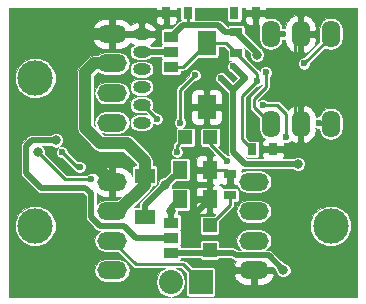
<source format=gbr>
G04 #@! TF.FileFunction,Copper,L1,Top,Signal*
%FSLAX46Y46*%
G04 Gerber Fmt 4.6, Leading zero omitted, Abs format (unit mm)*
G04 Created by KiCad (PCBNEW 4.0.5) date 01/12/17 11:30:12*
%MOMM*%
%LPD*%
G01*
G04 APERTURE LIST*
%ADD10C,0.100000*%
%ADD11O,2.500000X1.500000*%
%ADD12C,3.000000*%
%ADD13R,0.800000X1.000000*%
%ADD14R,1.300000X1.500000*%
%ADD15R,1.198880X1.198880*%
%ADD16R,1.270000X0.965200*%
%ADD17O,1.524000X1.000000*%
%ADD18R,2.032000X2.032000*%
%ADD19O,2.032000X2.032000*%
%ADD20R,1.000000X0.800000*%
%ADD21R,1.600000X2.000000*%
%ADD22R,1.699260X1.300480*%
%ADD23O,1.600000X2.300000*%
%ADD24C,0.800000*%
%ADD25C,0.600000*%
%ADD26C,0.250000*%
%ADD27C,0.500000*%
%ADD28C,1.000000*%
%ADD29C,0.026000*%
G04 APERTURE END LIST*
D10*
D11*
X21000000Y-22500000D03*
X21000000Y-20000000D03*
X21000000Y-17500000D03*
X21000000Y-15000000D03*
D12*
X27500000Y-18750000D03*
D11*
X9000000Y-15000000D03*
X9000000Y-17500000D03*
X9000000Y-20000000D03*
X9000000Y-22500000D03*
D12*
X2500000Y-18750000D03*
D13*
X22650000Y-12250000D03*
X20850000Y-12250000D03*
D14*
X14750000Y-14000000D03*
X17250000Y-14000000D03*
X14750000Y-16500000D03*
X17250000Y-16500000D03*
D13*
X13600000Y-750000D03*
X15400000Y-750000D03*
D15*
X17250000Y-18700980D03*
X17250000Y-20799020D03*
X15200980Y-11250000D03*
X17299020Y-11250000D03*
D16*
X14000000Y-5270000D03*
X14000000Y-4000000D03*
X14000000Y-2730000D03*
D17*
X11500000Y-2500000D03*
X11500000Y-4000000D03*
X11500000Y-5500000D03*
X11500000Y-7000000D03*
X11500000Y-8500000D03*
X11500000Y-10000000D03*
D18*
X16500000Y-23500000D03*
D19*
X13960000Y-23500000D03*
D20*
X19500000Y-2350000D03*
X19500000Y-4150000D03*
D13*
X21150000Y-750000D03*
X19350000Y-750000D03*
D20*
X19000000Y-16150000D03*
X19000000Y-14350000D03*
D21*
X17000000Y-3300000D03*
X17000000Y-8700000D03*
D11*
X9000000Y-2500000D03*
X9000000Y-5000000D03*
X9000000Y-7500000D03*
X9000000Y-10000000D03*
D12*
X2500000Y-6250000D03*
D16*
X14000000Y-18480000D03*
X14000000Y-19750000D03*
X14000000Y-21020000D03*
D22*
X11750000Y-18000060D03*
X11750000Y-14499940D03*
D23*
X27500000Y-2500000D03*
X24960000Y-2500000D03*
X22420000Y-2500000D03*
X22420000Y-10120000D03*
X24960000Y-10120000D03*
X27500000Y-10120000D03*
D24*
X15500000Y-18500000D03*
D25*
X17000000Y-8700000D03*
D24*
X16000000Y-15250000D03*
D25*
X21750000Y-750000D03*
X27750000Y-13500000D03*
X24500000Y-7250000D03*
X29000000Y-6000000D03*
D24*
X5500000Y-6500000D03*
X3000000Y-16500000D03*
X6000000Y-16500000D03*
D25*
X21250000Y-6500000D03*
D24*
X13500000Y-15250000D03*
X21250000Y-4250000D03*
D25*
X20250000Y-6250000D03*
D24*
X24750000Y-13500000D03*
D25*
X18250000Y-6250000D03*
X19250000Y-7250000D03*
X19250000Y-5250000D03*
D24*
X23500000Y-22500000D03*
X14000000Y-17500000D03*
D25*
X14500000Y-12500000D03*
X18750000Y-13250000D03*
X23750000Y-11250000D03*
X21750000Y-8500000D03*
X12800000Y-9700000D03*
X23500000Y-2500000D03*
X25250000Y-5000000D03*
X22000000Y-5750000D03*
X26500000Y-10000000D03*
X14750000Y-10000000D03*
X16000000Y-6000000D03*
X6250000Y-13750000D03*
X4750000Y-12500000D03*
D24*
X2750000Y-12500000D03*
D25*
X7250000Y-14750000D03*
X19250000Y-750000D03*
D24*
X4250000Y-11500000D03*
D26*
X22650000Y-12250000D02*
X24920000Y-12250000D01*
X24920000Y-12250000D02*
X24960000Y-12210000D01*
D27*
X15500000Y-18250000D02*
X17250000Y-16500000D01*
X15500000Y-18500000D02*
X15500000Y-18250000D01*
D26*
X19000000Y-14350000D02*
X18650000Y-14000000D01*
X18650000Y-14000000D02*
X17250000Y-14000000D01*
X11500000Y-2500000D02*
X11500000Y-1500000D01*
X12250000Y-750000D02*
X13600000Y-750000D01*
X11500000Y-1500000D02*
X12250000Y-750000D01*
D27*
X16000000Y-15250000D02*
X17250000Y-15250000D01*
D26*
X21150000Y-750000D02*
X21750000Y-750000D01*
X24960000Y-10120000D02*
X24960000Y-12210000D01*
X26250000Y-13500000D02*
X27750000Y-13500000D01*
X24960000Y-12210000D02*
X26250000Y-13500000D01*
X24500000Y-6000000D02*
X29000000Y-6000000D01*
X24960000Y-2500000D02*
X24500000Y-2960000D01*
X24500000Y-2960000D02*
X24500000Y-6000000D01*
X24500000Y-6000000D02*
X24500000Y-7250000D01*
X24500000Y-7250000D02*
X24500000Y-9660000D01*
X24500000Y-9660000D02*
X24960000Y-10120000D01*
X24960000Y-2500000D02*
X24960000Y-3460000D01*
X6000000Y-16500000D02*
X3000000Y-16500000D01*
D28*
X9000000Y-15000000D02*
X5500000Y-11500000D01*
X7000000Y-2500000D02*
X9000000Y-2500000D01*
X5500000Y-4000000D02*
X7000000Y-2500000D01*
X5500000Y-11500000D02*
X5500000Y-6500000D01*
X5500000Y-6500000D02*
X5500000Y-4000000D01*
D27*
X17250000Y-17000000D02*
X17250000Y-15250000D01*
X17250000Y-15250000D02*
X17250000Y-14500000D01*
D26*
X19500000Y-4150000D02*
X21250000Y-5900000D01*
X21250000Y-5900000D02*
X21250000Y-6500000D01*
X17000000Y-3300000D02*
X18650000Y-3300000D01*
X18650000Y-3300000D02*
X19500000Y-4150000D01*
X20850000Y-12250000D02*
X20000000Y-11400000D01*
X20000000Y-11400000D02*
X20000000Y-7750000D01*
X20000000Y-7750000D02*
X21250000Y-6500000D01*
X14000000Y-5270000D02*
X15030000Y-5270000D01*
X15030000Y-5270000D02*
X17000000Y-3300000D01*
D27*
X14750000Y-14500000D02*
X14250000Y-14500000D01*
X14250000Y-14500000D02*
X13500000Y-15250000D01*
X13500000Y-15250000D02*
X11750000Y-17000000D01*
X11750000Y-17000000D02*
X11750000Y-18000060D01*
D26*
X17250000Y-20799020D02*
X17049020Y-21000000D01*
X17049020Y-21000000D02*
X16500000Y-21000000D01*
X16500000Y-21000000D02*
X16500000Y-21020000D01*
X15400000Y-750000D02*
X15400000Y-1750000D01*
X15400000Y-1750000D02*
X15250000Y-1750000D01*
D27*
X19500000Y-21250000D02*
X19270000Y-21020000D01*
X19270000Y-21020000D02*
X16500000Y-21020000D01*
X16500000Y-21020000D02*
X14000000Y-21020000D01*
X19500000Y-2350000D02*
X21250000Y-4100000D01*
X21250000Y-4250000D02*
X21250000Y-4100000D01*
X19500000Y-2350000D02*
X18600000Y-2350000D01*
X18600000Y-2350000D02*
X18000000Y-1750000D01*
X18000000Y-1750000D02*
X15250000Y-1750000D01*
X15250000Y-1750000D02*
X14980000Y-1750000D01*
X14980000Y-1750000D02*
X14000000Y-2730000D01*
X19250000Y-7250000D02*
X19250000Y-12500000D01*
X20250000Y-13500000D02*
X24750000Y-13500000D01*
X19250000Y-12500000D02*
X20250000Y-13500000D01*
X19250000Y-7250000D02*
X18250000Y-6250000D01*
X20250000Y-6250000D02*
X19250000Y-7250000D01*
X19250000Y-5250000D02*
X20250000Y-6250000D01*
X19500000Y-21250000D02*
X22250000Y-21250000D01*
X22250000Y-21250000D02*
X23500000Y-22500000D01*
X14000000Y-18480000D02*
X14000000Y-17500000D01*
X14000000Y-17500000D02*
X14000000Y-17250000D01*
X14000000Y-17250000D02*
X14750000Y-16500000D01*
X14770000Y-17000000D02*
X14750000Y-17000000D01*
D26*
X17250000Y-18700980D02*
X19000000Y-16950980D01*
X19000000Y-16950980D02*
X19000000Y-16150000D01*
X15200980Y-11250000D02*
X14500000Y-11950980D01*
X14500000Y-11950980D02*
X14500000Y-12500000D01*
X18750000Y-13250000D02*
X17299020Y-11799020D01*
X17299020Y-11799020D02*
X17299020Y-11250000D01*
D28*
X11750000Y-14499940D02*
X11750000Y-13250000D01*
X7500000Y-5000000D02*
X9000000Y-5000000D01*
X6750000Y-5750000D02*
X7500000Y-5000000D01*
X6750000Y-10500000D02*
X6750000Y-5750000D01*
X8000000Y-11750000D02*
X6750000Y-10500000D01*
X10250000Y-11750000D02*
X8000000Y-11750000D01*
X11750000Y-13250000D02*
X10250000Y-11750000D01*
X9000000Y-17500000D02*
X9500000Y-17500000D01*
X9500000Y-17500000D02*
X11750000Y-15250000D01*
X11750000Y-15250000D02*
X11750000Y-14499940D01*
X9000000Y-17500000D02*
X9249940Y-17500000D01*
D27*
X12000000Y-14749940D02*
X12249940Y-14500000D01*
X11500000Y-4000000D02*
X14000000Y-4000000D01*
D26*
X9000000Y-20000000D02*
X11000000Y-22000000D01*
X15000000Y-22000000D02*
X16500000Y-23500000D01*
X11000000Y-22000000D02*
X15000000Y-22000000D01*
X23000000Y-8500000D02*
X21750000Y-8500000D01*
X23750000Y-11250000D02*
X23750000Y-9250000D01*
X23750000Y-9250000D02*
X23000000Y-8500000D01*
X12800000Y-9700000D02*
X11600000Y-8500000D01*
X11600000Y-8500000D02*
X11500000Y-8500000D01*
X23500000Y-2500000D02*
X22420000Y-2500000D01*
X27500000Y-2500000D02*
X27500000Y-2750000D01*
X27500000Y-2750000D02*
X25250000Y-5000000D01*
X22000000Y-5750000D02*
X22000000Y-7000000D01*
X22000000Y-7000000D02*
X21000000Y-8000000D01*
X22420000Y-10120000D02*
X21000000Y-8700000D01*
X21000000Y-8700000D02*
X21000000Y-8000000D01*
X26620000Y-10120000D02*
X27500000Y-10120000D01*
X26500000Y-10000000D02*
X26620000Y-10120000D01*
X14750000Y-7250000D02*
X14750000Y-10000000D01*
X16000000Y-6000000D02*
X14750000Y-7250000D01*
X6000000Y-13750000D02*
X6250000Y-13750000D01*
X4750000Y-12500000D02*
X6000000Y-13750000D01*
X2750000Y-12500000D02*
X5000000Y-14750000D01*
X5000000Y-14750000D02*
X7250000Y-14750000D01*
X19250000Y-750000D02*
X19350000Y-750000D01*
D27*
X14000000Y-19750000D02*
X11000000Y-19750000D01*
X10000000Y-18750000D02*
X11000000Y-19750000D01*
X8000000Y-18750000D02*
X10000000Y-18750000D01*
X7250000Y-18000000D02*
X8000000Y-18750000D01*
X7250000Y-16000000D02*
X7250000Y-18000000D01*
X6750000Y-15500000D02*
X7250000Y-16000000D01*
X3000000Y-15500000D02*
X6750000Y-15500000D01*
X1750000Y-14250000D02*
X3000000Y-15500000D01*
X1750000Y-12000000D02*
X1750000Y-14250000D01*
X2250000Y-11500000D02*
X1750000Y-12000000D01*
X4250000Y-11500000D02*
X2250000Y-11500000D01*
D29*
G36*
X12679000Y-378750D02*
X12809250Y-509000D01*
X13400000Y-509000D01*
X13400000Y-489000D01*
X13800000Y-489000D01*
X13800000Y-509000D01*
X14390750Y-509000D01*
X14521000Y-378750D01*
X14521000Y-263000D01*
X14782828Y-263000D01*
X14782828Y-1250000D01*
X14797136Y-1326040D01*
X14652609Y-1422610D01*
X14044992Y-2030228D01*
X13365000Y-2030228D01*
X13286067Y-2045080D01*
X13213572Y-2091729D01*
X13164938Y-2162908D01*
X13147828Y-2247400D01*
X13147828Y-3212600D01*
X13162680Y-3291533D01*
X13209329Y-3364028D01*
X13211151Y-3365273D01*
X13164938Y-3432908D01*
X13147828Y-3517400D01*
X13147828Y-3537000D01*
X12312775Y-3537000D01*
X12285268Y-3495833D01*
X12172420Y-3420431D01*
X12278858Y-3383626D01*
X12577664Y-3118571D01*
X12704233Y-2893239D01*
X12619528Y-2741000D01*
X11741000Y-2741000D01*
X11741000Y-2761000D01*
X11259000Y-2761000D01*
X11259000Y-2741000D01*
X9241000Y-2741000D01*
X9241000Y-3771000D01*
X9741000Y-3771000D01*
X10209046Y-3582024D01*
X10558191Y-3239081D01*
X10721142Y-3383626D01*
X10827580Y-3420431D01*
X10714732Y-3495833D01*
X10560173Y-3727147D01*
X10505899Y-4000000D01*
X10560173Y-4272853D01*
X10714732Y-4504167D01*
X10946046Y-4658726D01*
X11218899Y-4713000D01*
X11781101Y-4713000D01*
X12053954Y-4658726D01*
X12285268Y-4504167D01*
X12312775Y-4463000D01*
X13147828Y-4463000D01*
X13147828Y-4482600D01*
X13162680Y-4561533D01*
X13209329Y-4634028D01*
X13211151Y-4635273D01*
X13164938Y-4702908D01*
X13147828Y-4787400D01*
X13147828Y-5752600D01*
X13162680Y-5831533D01*
X13209329Y-5904028D01*
X13280508Y-5952662D01*
X13365000Y-5969772D01*
X14635000Y-5969772D01*
X14713933Y-5954920D01*
X14786428Y-5908271D01*
X14835062Y-5837092D01*
X14852172Y-5752600D01*
X14852172Y-5608000D01*
X15030000Y-5608000D01*
X15159347Y-5582271D01*
X15269002Y-5509002D01*
X16260832Y-4517172D01*
X17800000Y-4517172D01*
X17878933Y-4502320D01*
X17951428Y-4455671D01*
X18000062Y-4384492D01*
X18017172Y-4300000D01*
X18017172Y-3638000D01*
X18509996Y-3638000D01*
X18782828Y-3910832D01*
X18782828Y-4550000D01*
X18797680Y-4628933D01*
X18844329Y-4701428D01*
X18915508Y-4750062D01*
X19000000Y-4767172D01*
X19075169Y-4767172D01*
X18959789Y-4814846D01*
X18815354Y-4959030D01*
X18737090Y-5147510D01*
X18736911Y-5351594D01*
X18814846Y-5540211D01*
X18959030Y-5684646D01*
X19080166Y-5734946D01*
X19595219Y-6250000D01*
X19250000Y-6595220D01*
X18734855Y-6080075D01*
X18685154Y-5959789D01*
X18540970Y-5815354D01*
X18352490Y-5737090D01*
X18148406Y-5736911D01*
X17959789Y-5814846D01*
X17815354Y-5959030D01*
X17737090Y-6147510D01*
X17736911Y-6351594D01*
X17814846Y-6540211D01*
X17959030Y-6684646D01*
X18080166Y-6734946D01*
X18765145Y-7419926D01*
X18787000Y-7472819D01*
X18787000Y-12500000D01*
X18811148Y-12621398D01*
X18822244Y-12677183D01*
X18866030Y-12742712D01*
X18852490Y-12737090D01*
X18714973Y-12736969D01*
X18009259Y-12031255D01*
X18049888Y-12005111D01*
X18098522Y-11933932D01*
X18115632Y-11849440D01*
X18115632Y-10650560D01*
X18100780Y-10571627D01*
X18054131Y-10499132D01*
X17982952Y-10450498D01*
X17898460Y-10433388D01*
X16699580Y-10433388D01*
X16620647Y-10448240D01*
X16548152Y-10494889D01*
X16499518Y-10566068D01*
X16482408Y-10650560D01*
X16482408Y-11849440D01*
X16497260Y-11928373D01*
X16543909Y-12000868D01*
X16615088Y-12049502D01*
X16699580Y-12066612D01*
X17088608Y-12066612D01*
X17750996Y-12729000D01*
X17621250Y-12729000D01*
X17491000Y-12859250D01*
X17491000Y-13759000D01*
X17511000Y-13759000D01*
X17511000Y-14241000D01*
X17491000Y-14241000D01*
X17491000Y-15140750D01*
X17600250Y-15250000D01*
X17491000Y-15359250D01*
X17491000Y-16259000D01*
X17511000Y-16259000D01*
X17511000Y-16741000D01*
X17491000Y-16741000D01*
X17491000Y-17640750D01*
X17621250Y-17771000D01*
X17701976Y-17771000D01*
X17588608Y-17884368D01*
X16650560Y-17884368D01*
X16571627Y-17899220D01*
X16499132Y-17945869D01*
X16450498Y-18017048D01*
X16433388Y-18101540D01*
X16433388Y-19300420D01*
X16448240Y-19379353D01*
X16494889Y-19451848D01*
X16566068Y-19500482D01*
X16650560Y-19517592D01*
X17849440Y-19517592D01*
X17928373Y-19502740D01*
X18000868Y-19456091D01*
X18049502Y-19384912D01*
X18066612Y-19300420D01*
X18066612Y-18362372D01*
X18928984Y-17500000D01*
X19508338Y-17500000D01*
X19581642Y-17868524D01*
X19790394Y-18180944D01*
X20102814Y-18389696D01*
X20471338Y-18463000D01*
X21528662Y-18463000D01*
X21897186Y-18389696D01*
X22209606Y-18180944D01*
X22418358Y-17868524D01*
X22491662Y-17500000D01*
X22418358Y-17131476D01*
X22209606Y-16819056D01*
X21897186Y-16610304D01*
X21528662Y-16537000D01*
X20471338Y-16537000D01*
X20102814Y-16610304D01*
X19790394Y-16819056D01*
X19581642Y-17131476D01*
X19508338Y-17500000D01*
X18928984Y-17500000D01*
X19239002Y-17189982D01*
X19312271Y-17080327D01*
X19338000Y-16950980D01*
X19338000Y-16767172D01*
X19500000Y-16767172D01*
X19578933Y-16752320D01*
X19651428Y-16705671D01*
X19700062Y-16634492D01*
X19717172Y-16550000D01*
X19717172Y-15750000D01*
X19702320Y-15671067D01*
X19655671Y-15598572D01*
X19584492Y-15549938D01*
X19500000Y-15532828D01*
X18500000Y-15532828D01*
X18421067Y-15547680D01*
X18388739Y-15568482D01*
X18341682Y-15454877D01*
X18195122Y-15308317D01*
X18054332Y-15250000D01*
X18195122Y-15191683D01*
X18200000Y-15186805D01*
X18204877Y-15191682D01*
X18396366Y-15271000D01*
X18628750Y-15271000D01*
X18759000Y-15140750D01*
X18759000Y-14550000D01*
X18739000Y-14550000D01*
X18739000Y-14150000D01*
X18759000Y-14150000D01*
X18759000Y-14089000D01*
X19241000Y-14089000D01*
X19241000Y-14150000D01*
X19261000Y-14150000D01*
X19261000Y-14550000D01*
X19241000Y-14550000D01*
X19241000Y-15140750D01*
X19371250Y-15271000D01*
X19562243Y-15271000D01*
X19581642Y-15368524D01*
X19790394Y-15680944D01*
X20102814Y-15889696D01*
X20471338Y-15963000D01*
X21528662Y-15963000D01*
X21897186Y-15889696D01*
X22209606Y-15680944D01*
X22418358Y-15368524D01*
X22491662Y-15000000D01*
X22418358Y-14631476D01*
X22209606Y-14319056D01*
X21897186Y-14110304D01*
X21528662Y-14037000D01*
X20471338Y-14037000D01*
X20102814Y-14110304D01*
X20021000Y-14164970D01*
X20021000Y-14108998D01*
X19931752Y-14108998D01*
X20021000Y-14019750D01*
X20021000Y-13893133D01*
X20072818Y-13927756D01*
X20250000Y-13963000D01*
X24346035Y-13963000D01*
X24402310Y-14019373D01*
X24627532Y-14112893D01*
X24871398Y-14113106D01*
X25096783Y-14019979D01*
X25269373Y-13847690D01*
X25362893Y-13622468D01*
X25363106Y-13378602D01*
X25269979Y-13153217D01*
X25097690Y-12980627D01*
X24872468Y-12887107D01*
X24628602Y-12886894D01*
X24403217Y-12980021D01*
X24346138Y-13037000D01*
X23495047Y-13037000D01*
X23571000Y-12853634D01*
X23571000Y-12621250D01*
X23440750Y-12491000D01*
X22850000Y-12491000D01*
X22850000Y-12511000D01*
X22450000Y-12511000D01*
X22450000Y-12491000D01*
X21859250Y-12491000D01*
X21729000Y-12621250D01*
X21729000Y-12853634D01*
X21804953Y-13037000D01*
X20441781Y-13037000D01*
X20331836Y-12927055D01*
X20365508Y-12950062D01*
X20450000Y-12967172D01*
X21250000Y-12967172D01*
X21328933Y-12952320D01*
X21401428Y-12905671D01*
X21450062Y-12834492D01*
X21467172Y-12750000D01*
X21467172Y-11750000D01*
X21452320Y-11671067D01*
X21405671Y-11598572D01*
X21334492Y-11549938D01*
X21250000Y-11532828D01*
X20610832Y-11532828D01*
X20338000Y-11259996D01*
X20338000Y-7890004D01*
X21215035Y-7012969D01*
X21351594Y-7013089D01*
X21540211Y-6935154D01*
X21662000Y-6813577D01*
X21662000Y-6859996D01*
X20760998Y-7760998D01*
X20687729Y-7870653D01*
X20662000Y-8000000D01*
X20662000Y-8700000D01*
X20687729Y-8829347D01*
X20760998Y-8939002D01*
X21433263Y-9611267D01*
X21407000Y-9743297D01*
X21407000Y-10496703D01*
X21484110Y-10884361D01*
X21703701Y-11213002D01*
X21911408Y-11351787D01*
X21808318Y-11454877D01*
X21729000Y-11646366D01*
X21729000Y-11878750D01*
X21859250Y-12009000D01*
X22450000Y-12009000D01*
X22450000Y-11989000D01*
X22850000Y-11989000D01*
X22850000Y-12009000D01*
X23440750Y-12009000D01*
X23571000Y-11878750D01*
X23571000Y-11731140D01*
X23647510Y-11762910D01*
X23851594Y-11763089D01*
X24040211Y-11685154D01*
X24184646Y-11540970D01*
X24186954Y-11535412D01*
X24518785Y-11715139D01*
X24719000Y-11636107D01*
X24719000Y-10361000D01*
X24699000Y-10361000D01*
X24699000Y-9879000D01*
X24719000Y-9879000D01*
X24719000Y-8603893D01*
X25201000Y-8603893D01*
X25201000Y-9879000D01*
X25221000Y-9879000D01*
X25221000Y-10361000D01*
X25201000Y-10361000D01*
X25201000Y-11636107D01*
X25401215Y-11715139D01*
X25830464Y-11482649D01*
X26151728Y-11072454D01*
X26291562Y-10570540D01*
X26202691Y-10428296D01*
X26209030Y-10434646D01*
X26397510Y-10512910D01*
X26490240Y-10512991D01*
X26564110Y-10884361D01*
X26783701Y-11213002D01*
X27112342Y-11432593D01*
X27500000Y-11509703D01*
X27887658Y-11432593D01*
X28216299Y-11213002D01*
X28435890Y-10884361D01*
X28513000Y-10496703D01*
X28513000Y-9743297D01*
X28435890Y-9355639D01*
X28216299Y-9026998D01*
X27887658Y-8807407D01*
X27500000Y-8730297D01*
X27112342Y-8807407D01*
X26783701Y-9026998D01*
X26564110Y-9355639D01*
X26537974Y-9487033D01*
X26398406Y-9486911D01*
X26256984Y-9545346D01*
X26151728Y-9167546D01*
X25830464Y-8757351D01*
X25401215Y-8524861D01*
X25201000Y-8603893D01*
X24719000Y-8603893D01*
X24518785Y-8524861D01*
X24089536Y-8757351D01*
X23933976Y-8955972D01*
X23239002Y-8260998D01*
X23129347Y-8187729D01*
X23000000Y-8162000D01*
X22137448Y-8162000D01*
X22040970Y-8065354D01*
X21852490Y-7987090D01*
X21648406Y-7986911D01*
X21459789Y-8064846D01*
X21338000Y-8186423D01*
X21338000Y-8140004D01*
X22239002Y-7239002D01*
X22299536Y-7148406D01*
X22312271Y-7129347D01*
X22338000Y-7000000D01*
X22338000Y-6137448D01*
X22434646Y-6040970D01*
X22512910Y-5852490D01*
X22513089Y-5648406D01*
X22435154Y-5459789D01*
X22290970Y-5315354D01*
X22102490Y-5237090D01*
X21898406Y-5236911D01*
X21709789Y-5314846D01*
X21565354Y-5459030D01*
X21487090Y-5647510D01*
X21487080Y-5659076D01*
X20929598Y-5101594D01*
X24736911Y-5101594D01*
X24814846Y-5290211D01*
X24959030Y-5434646D01*
X25147510Y-5512910D01*
X25351594Y-5513089D01*
X25540211Y-5435154D01*
X25684646Y-5290970D01*
X25762910Y-5102490D01*
X25763031Y-4964973D01*
X26994291Y-3733713D01*
X27112342Y-3812593D01*
X27500000Y-3889703D01*
X27887658Y-3812593D01*
X28216299Y-3593002D01*
X28435890Y-3264361D01*
X28513000Y-2876703D01*
X28513000Y-2123297D01*
X28435890Y-1735639D01*
X28216299Y-1406998D01*
X27887658Y-1187407D01*
X27500000Y-1110297D01*
X27112342Y-1187407D01*
X26783701Y-1406998D01*
X26564110Y-1735639D01*
X26487000Y-2123297D01*
X26487000Y-2876703D01*
X26554740Y-3217256D01*
X25284965Y-4487031D01*
X25148406Y-4486911D01*
X24959789Y-4564846D01*
X24815354Y-4709030D01*
X24737090Y-4897510D01*
X24736911Y-5101594D01*
X20929598Y-5101594D01*
X20217172Y-4389168D01*
X20217172Y-3750000D01*
X20210671Y-3715452D01*
X20637094Y-4141875D01*
X20636894Y-4371398D01*
X20730021Y-4596783D01*
X20902310Y-4769373D01*
X21127532Y-4862893D01*
X21371398Y-4863106D01*
X21596783Y-4769979D01*
X21769373Y-4597690D01*
X21862893Y-4372468D01*
X21863106Y-4128602D01*
X21769979Y-3903217D01*
X21597690Y-3730627D01*
X21491182Y-3686401D01*
X20217172Y-2412392D01*
X20217172Y-1950000D01*
X20202320Y-1871067D01*
X20155671Y-1798572D01*
X20084492Y-1749938D01*
X20000000Y-1732828D01*
X19000000Y-1732828D01*
X18921067Y-1747680D01*
X18848572Y-1794329D01*
X18799938Y-1865508D01*
X18795586Y-1887000D01*
X18791781Y-1887000D01*
X18327390Y-1422610D01*
X18177183Y-1322244D01*
X18147786Y-1316397D01*
X18000000Y-1287000D01*
X16009679Y-1287000D01*
X16017172Y-1250000D01*
X16017172Y-263000D01*
X18732828Y-263000D01*
X18732828Y-1250000D01*
X18747680Y-1328933D01*
X18794329Y-1401428D01*
X18865508Y-1450062D01*
X18950000Y-1467172D01*
X19750000Y-1467172D01*
X19828933Y-1452320D01*
X19901428Y-1405671D01*
X19950062Y-1334492D01*
X19967172Y-1250000D01*
X19967172Y-1121250D01*
X20229000Y-1121250D01*
X20229000Y-1353634D01*
X20308318Y-1545123D01*
X20454878Y-1691683D01*
X20646367Y-1771000D01*
X20819750Y-1771000D01*
X20950000Y-1640750D01*
X20950000Y-991000D01*
X21350000Y-991000D01*
X21350000Y-1640750D01*
X21477603Y-1768353D01*
X21407000Y-2123297D01*
X21407000Y-2876703D01*
X21484110Y-3264361D01*
X21703701Y-3593002D01*
X22032342Y-3812593D01*
X22420000Y-3889703D01*
X22807658Y-3812593D01*
X23136299Y-3593002D01*
X23355890Y-3264361D01*
X23405905Y-3012917D01*
X23601594Y-3013089D01*
X23641294Y-2996685D01*
X23768272Y-3452454D01*
X24089536Y-3862649D01*
X24518785Y-4095139D01*
X24719000Y-4016107D01*
X24719000Y-2741000D01*
X25201000Y-2741000D01*
X25201000Y-4016107D01*
X25401215Y-4095139D01*
X25830464Y-3862649D01*
X26151728Y-3452454D01*
X26291562Y-2950540D01*
X26160646Y-2741000D01*
X25201000Y-2741000D01*
X24719000Y-2741000D01*
X24699000Y-2741000D01*
X24699000Y-2259000D01*
X24719000Y-2259000D01*
X24719000Y-983893D01*
X25201000Y-983893D01*
X25201000Y-2259000D01*
X26160646Y-2259000D01*
X26291562Y-2049460D01*
X26151728Y-1547546D01*
X25830464Y-1137351D01*
X25401215Y-904861D01*
X25201000Y-983893D01*
X24719000Y-983893D01*
X24518785Y-904861D01*
X24089536Y-1137351D01*
X23768272Y-1547546D01*
X23641322Y-2003215D01*
X23602490Y-1987090D01*
X23405872Y-1986918D01*
X23355890Y-1735639D01*
X23136299Y-1406998D01*
X22807658Y-1187407D01*
X22420000Y-1110297D01*
X22071000Y-1179717D01*
X22071000Y-1121250D01*
X21940750Y-991000D01*
X21350000Y-991000D01*
X20950000Y-991000D01*
X20359250Y-991000D01*
X20229000Y-1121250D01*
X19967172Y-1121250D01*
X19967172Y-263000D01*
X20229000Y-263000D01*
X20229000Y-378750D01*
X20359250Y-509000D01*
X20950000Y-509000D01*
X20950000Y-489000D01*
X21350000Y-489000D01*
X21350000Y-509000D01*
X21940750Y-509000D01*
X22071000Y-378750D01*
X22071000Y-263000D01*
X29737000Y-263000D01*
X29737000Y-24737000D01*
X14040830Y-24737000D01*
X14430318Y-24659526D01*
X14829034Y-24393112D01*
X15095448Y-23994396D01*
X15189000Y-23524078D01*
X15189000Y-23475922D01*
X15095448Y-23005604D01*
X14829034Y-22606888D01*
X14430318Y-22340474D01*
X14417880Y-22338000D01*
X14859996Y-22338000D01*
X15266828Y-22744832D01*
X15266828Y-24516000D01*
X15281680Y-24594933D01*
X15328329Y-24667428D01*
X15399508Y-24716062D01*
X15484000Y-24733172D01*
X17516000Y-24733172D01*
X17594933Y-24718320D01*
X17667428Y-24671671D01*
X17716062Y-24600492D01*
X17733172Y-24516000D01*
X17733172Y-22933254D01*
X19305123Y-22933254D01*
X19430854Y-23228320D01*
X19790954Y-23582024D01*
X20259000Y-23771000D01*
X20759000Y-23771000D01*
X20759000Y-22741000D01*
X21241000Y-22741000D01*
X21241000Y-23771000D01*
X21741000Y-23771000D01*
X22209046Y-23582024D01*
X22569146Y-23228320D01*
X22694877Y-22933254D01*
X22615002Y-22741000D01*
X21241000Y-22741000D01*
X20759000Y-22741000D01*
X19384998Y-22741000D01*
X19305123Y-22933254D01*
X17733172Y-22933254D01*
X17733172Y-22484000D01*
X17718320Y-22405067D01*
X17671671Y-22332572D01*
X17600492Y-22283938D01*
X17516000Y-22266828D01*
X15744832Y-22266828D01*
X15239002Y-21760998D01*
X15129347Y-21687729D01*
X15000000Y-21662000D01*
X14780633Y-21662000D01*
X14786428Y-21658271D01*
X14835062Y-21587092D01*
X14852172Y-21502600D01*
X14852172Y-21483000D01*
X16451848Y-21483000D01*
X16494889Y-21549888D01*
X16566068Y-21598522D01*
X16650560Y-21615632D01*
X17849440Y-21615632D01*
X17928373Y-21600780D01*
X18000868Y-21554131D01*
X18049469Y-21483000D01*
X19078219Y-21483000D01*
X19172609Y-21577390D01*
X19322817Y-21677756D01*
X19352214Y-21683603D01*
X19492179Y-21711444D01*
X19430854Y-21771680D01*
X19305123Y-22066746D01*
X19384998Y-22259000D01*
X20759000Y-22259000D01*
X20759000Y-22239000D01*
X21241000Y-22239000D01*
X21241000Y-22259000D01*
X22604220Y-22259000D01*
X22886964Y-22541744D01*
X22886894Y-22621398D01*
X22980021Y-22846783D01*
X23152310Y-23019373D01*
X23377532Y-23112893D01*
X23621398Y-23113106D01*
X23846783Y-23019979D01*
X24019373Y-22847690D01*
X24112893Y-22622468D01*
X24113106Y-22378602D01*
X24019979Y-22153217D01*
X23847690Y-21980627D01*
X23622468Y-21887107D01*
X23541817Y-21887037D01*
X22577390Y-20922610D01*
X22427183Y-20822244D01*
X22397786Y-20816397D01*
X22250000Y-20787000D01*
X22050882Y-20787000D01*
X22209606Y-20680944D01*
X22418358Y-20368524D01*
X22491662Y-20000000D01*
X22418358Y-19631476D01*
X22209606Y-19319056D01*
X21897186Y-19110304D01*
X21791301Y-19089242D01*
X25786703Y-19089242D01*
X26046942Y-19719069D01*
X26528396Y-20201364D01*
X27157768Y-20462702D01*
X27839242Y-20463297D01*
X28469069Y-20203058D01*
X28951364Y-19721604D01*
X29212702Y-19092232D01*
X29213297Y-18410758D01*
X28953058Y-17780931D01*
X28471604Y-17298636D01*
X27842232Y-17037298D01*
X27160758Y-17036703D01*
X26530931Y-17296942D01*
X26048636Y-17778396D01*
X25787298Y-18407768D01*
X25786703Y-19089242D01*
X21791301Y-19089242D01*
X21528662Y-19037000D01*
X20471338Y-19037000D01*
X20102814Y-19110304D01*
X19790394Y-19319056D01*
X19581642Y-19631476D01*
X19508338Y-20000000D01*
X19581642Y-20368524D01*
X19790394Y-20680944D01*
X19949118Y-20787000D01*
X19691780Y-20787000D01*
X19597390Y-20692610D01*
X19447183Y-20592244D01*
X19417786Y-20586397D01*
X19270000Y-20557000D01*
X18066612Y-20557000D01*
X18066612Y-20199580D01*
X18051760Y-20120647D01*
X18005111Y-20048152D01*
X17933932Y-19999518D01*
X17849440Y-19982408D01*
X16650560Y-19982408D01*
X16571627Y-19997260D01*
X16499132Y-20043909D01*
X16450498Y-20115088D01*
X16433388Y-20199580D01*
X16433388Y-20557000D01*
X14852172Y-20557000D01*
X14852172Y-20537400D01*
X14837320Y-20458467D01*
X14790671Y-20385972D01*
X14788849Y-20384727D01*
X14835062Y-20317092D01*
X14852172Y-20232600D01*
X14852172Y-19267400D01*
X14837320Y-19188467D01*
X14790671Y-19115972D01*
X14788849Y-19114727D01*
X14835062Y-19047092D01*
X14852172Y-18962600D01*
X14852172Y-17997400D01*
X14837320Y-17918467D01*
X14790671Y-17845972D01*
X14719492Y-17797338D01*
X14635000Y-17780228D01*
X14547386Y-17780228D01*
X14612893Y-17622468D01*
X14613029Y-17467172D01*
X15400000Y-17467172D01*
X15478933Y-17452320D01*
X15551428Y-17405671D01*
X15600062Y-17334492D01*
X15617172Y-17250000D01*
X15617172Y-16871250D01*
X16079000Y-16871250D01*
X16079000Y-17353634D01*
X16158318Y-17545123D01*
X16304878Y-17691683D01*
X16496367Y-17771000D01*
X16878750Y-17771000D01*
X17009000Y-17640750D01*
X17009000Y-16741000D01*
X16209250Y-16741000D01*
X16079000Y-16871250D01*
X15617172Y-16871250D01*
X15617172Y-15750000D01*
X15602320Y-15671067D01*
X15555671Y-15598572D01*
X15484492Y-15549938D01*
X15400000Y-15532828D01*
X14100000Y-15532828D01*
X14041755Y-15543787D01*
X14112893Y-15372468D01*
X14112963Y-15291817D01*
X14437609Y-14967172D01*
X15400000Y-14967172D01*
X15478933Y-14952320D01*
X15551428Y-14905671D01*
X15600062Y-14834492D01*
X15617172Y-14750000D01*
X15617172Y-14371250D01*
X16079000Y-14371250D01*
X16079000Y-14853634D01*
X16158318Y-15045123D01*
X16304878Y-15191683D01*
X16445668Y-15250000D01*
X16304878Y-15308317D01*
X16158318Y-15454877D01*
X16079000Y-15646366D01*
X16079000Y-16128750D01*
X16209250Y-16259000D01*
X17009000Y-16259000D01*
X17009000Y-15359250D01*
X16899750Y-15250000D01*
X17009000Y-15140750D01*
X17009000Y-14241000D01*
X16209250Y-14241000D01*
X16079000Y-14371250D01*
X15617172Y-14371250D01*
X15617172Y-13250000D01*
X15602320Y-13171067D01*
X15586426Y-13146366D01*
X16079000Y-13146366D01*
X16079000Y-13628750D01*
X16209250Y-13759000D01*
X17009000Y-13759000D01*
X17009000Y-12859250D01*
X16878750Y-12729000D01*
X16496367Y-12729000D01*
X16304878Y-12808317D01*
X16158318Y-12954877D01*
X16079000Y-13146366D01*
X15586426Y-13146366D01*
X15555671Y-13098572D01*
X15484492Y-13049938D01*
X15400000Y-13032828D01*
X14100000Y-13032828D01*
X14021067Y-13047680D01*
X13948572Y-13094329D01*
X13899938Y-13165508D01*
X13882828Y-13250000D01*
X13882828Y-14212391D01*
X13458256Y-14636964D01*
X13378602Y-14636894D01*
X13153217Y-14730021D01*
X12980627Y-14902310D01*
X12887107Y-15127532D01*
X12887037Y-15208183D01*
X11422610Y-16672610D01*
X11322244Y-16822817D01*
X11322244Y-16822818D01*
X11287000Y-17000000D01*
X11287000Y-17132648D01*
X10900370Y-17132648D01*
X10869965Y-17138369D01*
X12254167Y-15754167D01*
X12408726Y-15522853D01*
X12439657Y-15367352D01*
X12599630Y-15367352D01*
X12678563Y-15352500D01*
X12751058Y-15305851D01*
X12799692Y-15234672D01*
X12816802Y-15150180D01*
X12816802Y-13849700D01*
X12801950Y-13770767D01*
X12755301Y-13698272D01*
X12684122Y-13649638D01*
X12599630Y-13632528D01*
X12463000Y-13632528D01*
X12463000Y-13250000D01*
X12447299Y-13171067D01*
X12408726Y-12977146D01*
X12254167Y-12745833D01*
X12109928Y-12601594D01*
X13986911Y-12601594D01*
X14064846Y-12790211D01*
X14209030Y-12934646D01*
X14397510Y-13012910D01*
X14601594Y-13013089D01*
X14790211Y-12935154D01*
X14934646Y-12790970D01*
X15012910Y-12602490D01*
X15013089Y-12398406D01*
X14935154Y-12209789D01*
X14838000Y-12112466D01*
X14838000Y-12090984D01*
X14862372Y-12066612D01*
X15800420Y-12066612D01*
X15879353Y-12051760D01*
X15951848Y-12005111D01*
X16000482Y-11933932D01*
X16017592Y-11849440D01*
X16017592Y-10650560D01*
X16002740Y-10571627D01*
X15956091Y-10499132D01*
X15884912Y-10450498D01*
X15800420Y-10433388D01*
X15041980Y-10433388D01*
X15184646Y-10290970D01*
X15262910Y-10102490D01*
X15263089Y-9898406D01*
X15185154Y-9709789D01*
X15088000Y-9612466D01*
X15088000Y-9071250D01*
X15679000Y-9071250D01*
X15679000Y-9803633D01*
X15758317Y-9995122D01*
X15904877Y-10141682D01*
X16096366Y-10221000D01*
X16628750Y-10221000D01*
X16759000Y-10090750D01*
X16759000Y-8941000D01*
X17241000Y-8941000D01*
X17241000Y-10090750D01*
X17371250Y-10221000D01*
X17903634Y-10221000D01*
X18095123Y-10141682D01*
X18241683Y-9995122D01*
X18321000Y-9803633D01*
X18321000Y-9071250D01*
X18190750Y-8941000D01*
X17241000Y-8941000D01*
X16759000Y-8941000D01*
X15809250Y-8941000D01*
X15679000Y-9071250D01*
X15088000Y-9071250D01*
X15088000Y-7596367D01*
X15679000Y-7596367D01*
X15679000Y-8328750D01*
X15809250Y-8459000D01*
X16759000Y-8459000D01*
X16759000Y-7309250D01*
X17241000Y-7309250D01*
X17241000Y-8459000D01*
X18190750Y-8459000D01*
X18321000Y-8328750D01*
X18321000Y-7596367D01*
X18241683Y-7404878D01*
X18095123Y-7258318D01*
X17903634Y-7179000D01*
X17371250Y-7179000D01*
X17241000Y-7309250D01*
X16759000Y-7309250D01*
X16628750Y-7179000D01*
X16096366Y-7179000D01*
X15904877Y-7258318D01*
X15758317Y-7404878D01*
X15679000Y-7596367D01*
X15088000Y-7596367D01*
X15088000Y-7390004D01*
X15965035Y-6512969D01*
X16101594Y-6513089D01*
X16290211Y-6435154D01*
X16434646Y-6290970D01*
X16512910Y-6102490D01*
X16513089Y-5898406D01*
X16435154Y-5709789D01*
X16290970Y-5565354D01*
X16102490Y-5487090D01*
X15898406Y-5486911D01*
X15709789Y-5564846D01*
X15565354Y-5709030D01*
X15487090Y-5897510D01*
X15486969Y-6035027D01*
X14510998Y-7010998D01*
X14437729Y-7120653D01*
X14412000Y-7250000D01*
X14412000Y-9612552D01*
X14315354Y-9709030D01*
X14237090Y-9897510D01*
X14236911Y-10101594D01*
X14314846Y-10290211D01*
X14459030Y-10434646D01*
X14510512Y-10456023D01*
X14450112Y-10494889D01*
X14401478Y-10566068D01*
X14384368Y-10650560D01*
X14384368Y-11588608D01*
X14260998Y-11711978D01*
X14187729Y-11821633D01*
X14162000Y-11950980D01*
X14162000Y-12112552D01*
X14065354Y-12209030D01*
X13987090Y-12397510D01*
X13986911Y-12601594D01*
X12109928Y-12601594D01*
X10754167Y-11245833D01*
X10522853Y-11091274D01*
X10250000Y-11037000D01*
X8295334Y-11037000D01*
X8159257Y-10900923D01*
X8471338Y-10963000D01*
X9528662Y-10963000D01*
X9897186Y-10889696D01*
X10209606Y-10680944D01*
X10418358Y-10368524D01*
X10491662Y-10000000D01*
X10418358Y-9631476D01*
X10209606Y-9319056D01*
X9897186Y-9110304D01*
X9528662Y-9037000D01*
X8471338Y-9037000D01*
X8102814Y-9110304D01*
X7790394Y-9319056D01*
X7581642Y-9631476D01*
X7508338Y-10000000D01*
X7570415Y-10312081D01*
X7463000Y-10204666D01*
X7463000Y-8500000D01*
X10505899Y-8500000D01*
X10560173Y-8772853D01*
X10714732Y-9004167D01*
X10946046Y-9158726D01*
X11218899Y-9213000D01*
X11781101Y-9213000D01*
X11826054Y-9204058D01*
X11940753Y-9318757D01*
X11781101Y-9287000D01*
X11218899Y-9287000D01*
X10946046Y-9341274D01*
X10714732Y-9495833D01*
X10560173Y-9727147D01*
X10505899Y-10000000D01*
X10560173Y-10272853D01*
X10714732Y-10504167D01*
X10946046Y-10658726D01*
X11218899Y-10713000D01*
X11781101Y-10713000D01*
X12053954Y-10658726D01*
X12285268Y-10504167D01*
X12439827Y-10272853D01*
X12474249Y-10099804D01*
X12509030Y-10134646D01*
X12697510Y-10212910D01*
X12901594Y-10213089D01*
X13090211Y-10135154D01*
X13234646Y-9990970D01*
X13312910Y-9802490D01*
X13313089Y-9598406D01*
X13235154Y-9409789D01*
X13090970Y-9265354D01*
X12902490Y-9187090D01*
X12764973Y-9186969D01*
X12404191Y-8826187D01*
X12439827Y-8772853D01*
X12494101Y-8500000D01*
X12439827Y-8227147D01*
X12285268Y-7995833D01*
X12053954Y-7841274D01*
X11781101Y-7787000D01*
X11218899Y-7787000D01*
X10946046Y-7841274D01*
X10714732Y-7995833D01*
X10560173Y-8227147D01*
X10505899Y-8500000D01*
X7463000Y-8500000D01*
X7463000Y-7500000D01*
X7508338Y-7500000D01*
X7581642Y-7868524D01*
X7790394Y-8180944D01*
X8102814Y-8389696D01*
X8471338Y-8463000D01*
X9528662Y-8463000D01*
X9897186Y-8389696D01*
X10209606Y-8180944D01*
X10418358Y-7868524D01*
X10491662Y-7500000D01*
X10418358Y-7131476D01*
X10330509Y-7000000D01*
X10505899Y-7000000D01*
X10560173Y-7272853D01*
X10714732Y-7504167D01*
X10946046Y-7658726D01*
X11218899Y-7713000D01*
X11781101Y-7713000D01*
X12053954Y-7658726D01*
X12285268Y-7504167D01*
X12439827Y-7272853D01*
X12494101Y-7000000D01*
X12439827Y-6727147D01*
X12285268Y-6495833D01*
X12053954Y-6341274D01*
X11781101Y-6287000D01*
X11218899Y-6287000D01*
X10946046Y-6341274D01*
X10714732Y-6495833D01*
X10560173Y-6727147D01*
X10505899Y-7000000D01*
X10330509Y-7000000D01*
X10209606Y-6819056D01*
X9897186Y-6610304D01*
X9528662Y-6537000D01*
X8471338Y-6537000D01*
X8102814Y-6610304D01*
X7790394Y-6819056D01*
X7581642Y-7131476D01*
X7508338Y-7500000D01*
X7463000Y-7500000D01*
X7463000Y-6045334D01*
X7795334Y-5713000D01*
X7838369Y-5713000D01*
X8102814Y-5889696D01*
X8471338Y-5963000D01*
X9528662Y-5963000D01*
X9897186Y-5889696D01*
X10209606Y-5680944D01*
X10330508Y-5500000D01*
X10505899Y-5500000D01*
X10560173Y-5772853D01*
X10714732Y-6004167D01*
X10946046Y-6158726D01*
X11218899Y-6213000D01*
X11781101Y-6213000D01*
X12053954Y-6158726D01*
X12285268Y-6004167D01*
X12439827Y-5772853D01*
X12494101Y-5500000D01*
X12439827Y-5227147D01*
X12285268Y-4995833D01*
X12053954Y-4841274D01*
X11781101Y-4787000D01*
X11218899Y-4787000D01*
X10946046Y-4841274D01*
X10714732Y-4995833D01*
X10560173Y-5227147D01*
X10505899Y-5500000D01*
X10330508Y-5500000D01*
X10418358Y-5368524D01*
X10491662Y-5000000D01*
X10418358Y-4631476D01*
X10209606Y-4319056D01*
X9897186Y-4110304D01*
X9528662Y-4037000D01*
X8471338Y-4037000D01*
X8102814Y-4110304D01*
X7838369Y-4287000D01*
X7500000Y-4287000D01*
X7227146Y-4341274D01*
X6995833Y-4495833D01*
X6245833Y-5245833D01*
X6091274Y-5477147D01*
X6037000Y-5750000D01*
X6037000Y-10500000D01*
X6091274Y-10772853D01*
X6245833Y-11004167D01*
X7495833Y-12254167D01*
X7727147Y-12408726D01*
X8000000Y-12463000D01*
X9954666Y-12463000D01*
X11037000Y-13545334D01*
X11037000Y-13632528D01*
X10900370Y-13632528D01*
X10821437Y-13647380D01*
X10748942Y-13694029D01*
X10700308Y-13765208D01*
X10683198Y-13849700D01*
X10683198Y-14539338D01*
X10569146Y-14271680D01*
X10209046Y-13917976D01*
X9741000Y-13729000D01*
X9241000Y-13729000D01*
X9241000Y-14759000D01*
X9261000Y-14759000D01*
X9261000Y-15241000D01*
X9241000Y-15241000D01*
X9241000Y-16271000D01*
X9720666Y-16271000D01*
X9454666Y-16537000D01*
X8471338Y-16537000D01*
X8102814Y-16610304D01*
X7790394Y-16819056D01*
X7713000Y-16934885D01*
X7713000Y-16005455D01*
X7790954Y-16082024D01*
X8259000Y-16271000D01*
X8759000Y-16271000D01*
X8759000Y-15241000D01*
X8739000Y-15241000D01*
X8739000Y-14759000D01*
X8759000Y-14759000D01*
X8759000Y-13729000D01*
X8259000Y-13729000D01*
X7790954Y-13917976D01*
X7432321Y-14270239D01*
X7352490Y-14237090D01*
X7148406Y-14236911D01*
X6959789Y-14314846D01*
X6862466Y-14412000D01*
X5140004Y-14412000D01*
X3359249Y-12631245D01*
X3362893Y-12622468D01*
X3363106Y-12378602D01*
X3269979Y-12153217D01*
X3097690Y-11980627D01*
X3055239Y-11963000D01*
X3846035Y-11963000D01*
X3902310Y-12019373D01*
X4127532Y-12112893D01*
X4371398Y-12113106D01*
X4439727Y-12084873D01*
X4315354Y-12209030D01*
X4237090Y-12397510D01*
X4236911Y-12601594D01*
X4314846Y-12790211D01*
X4459030Y-12934646D01*
X4647510Y-13012910D01*
X4785027Y-13013031D01*
X5760998Y-13989002D01*
X5806154Y-14019174D01*
X5814846Y-14040211D01*
X5959030Y-14184646D01*
X6147510Y-14262910D01*
X6351594Y-14263089D01*
X6540211Y-14185154D01*
X6684646Y-14040970D01*
X6762910Y-13852490D01*
X6763089Y-13648406D01*
X6685154Y-13459789D01*
X6540970Y-13315354D01*
X6352490Y-13237090D01*
X6148406Y-13236911D01*
X6018564Y-13290560D01*
X5262969Y-12534965D01*
X5263089Y-12398406D01*
X5185154Y-12209789D01*
X5040970Y-12065354D01*
X4852490Y-11987090D01*
X4648406Y-11986911D01*
X4616845Y-11999952D01*
X4769373Y-11847690D01*
X4862893Y-11622468D01*
X4863106Y-11378602D01*
X4769979Y-11153217D01*
X4597690Y-10980627D01*
X4372468Y-10887107D01*
X4128602Y-10886894D01*
X3903217Y-10980021D01*
X3846138Y-11037000D01*
X2250000Y-11037000D01*
X2072818Y-11072244D01*
X1922610Y-11172609D01*
X1422610Y-11672610D01*
X1322244Y-11822817D01*
X1316397Y-11852214D01*
X1287000Y-12000000D01*
X1287000Y-14250000D01*
X1316397Y-14397786D01*
X1322244Y-14427183D01*
X1422610Y-14577390D01*
X2672610Y-15827390D01*
X2822817Y-15927756D01*
X2852214Y-15933603D01*
X3000000Y-15963000D01*
X6558220Y-15963000D01*
X6787000Y-16191781D01*
X6787000Y-18000000D01*
X6816397Y-18147786D01*
X6822244Y-18177183D01*
X6922610Y-18327390D01*
X7672609Y-19077390D01*
X7822817Y-19177756D01*
X7848719Y-19182908D01*
X7960791Y-19205201D01*
X7790394Y-19319056D01*
X7581642Y-19631476D01*
X7508338Y-20000000D01*
X7581642Y-20368524D01*
X7790394Y-20680944D01*
X8102814Y-20889696D01*
X8471338Y-20963000D01*
X9484996Y-20963000D01*
X10760998Y-22239002D01*
X10870653Y-22312271D01*
X11000000Y-22338000D01*
X13502120Y-22338000D01*
X13489682Y-22340474D01*
X13090966Y-22606888D01*
X12824552Y-23005604D01*
X12731000Y-23475922D01*
X12731000Y-23524078D01*
X12824552Y-23994396D01*
X13090966Y-24393112D01*
X13489682Y-24659526D01*
X13879170Y-24737000D01*
X263000Y-24737000D01*
X263000Y-22500000D01*
X7508338Y-22500000D01*
X7581642Y-22868524D01*
X7790394Y-23180944D01*
X8102814Y-23389696D01*
X8471338Y-23463000D01*
X9528662Y-23463000D01*
X9897186Y-23389696D01*
X10209606Y-23180944D01*
X10418358Y-22868524D01*
X10491662Y-22500000D01*
X10418358Y-22131476D01*
X10209606Y-21819056D01*
X9897186Y-21610304D01*
X9528662Y-21537000D01*
X8471338Y-21537000D01*
X8102814Y-21610304D01*
X7790394Y-21819056D01*
X7581642Y-22131476D01*
X7508338Y-22500000D01*
X263000Y-22500000D01*
X263000Y-19089242D01*
X786703Y-19089242D01*
X1046942Y-19719069D01*
X1528396Y-20201364D01*
X2157768Y-20462702D01*
X2839242Y-20463297D01*
X3469069Y-20203058D01*
X3951364Y-19721604D01*
X4212702Y-19092232D01*
X4213297Y-18410758D01*
X3953058Y-17780931D01*
X3471604Y-17298636D01*
X2842232Y-17037298D01*
X2160758Y-17036703D01*
X1530931Y-17296942D01*
X1048636Y-17778396D01*
X787298Y-18407768D01*
X786703Y-19089242D01*
X263000Y-19089242D01*
X263000Y-6589242D01*
X786703Y-6589242D01*
X1046942Y-7219069D01*
X1528396Y-7701364D01*
X2157768Y-7962702D01*
X2839242Y-7963297D01*
X3469069Y-7703058D01*
X3951364Y-7221604D01*
X4212702Y-6592232D01*
X4213297Y-5910758D01*
X3953058Y-5280931D01*
X3471604Y-4798636D01*
X2842232Y-4537298D01*
X2160758Y-4536703D01*
X1530931Y-4796942D01*
X1048636Y-5278396D01*
X787298Y-5907768D01*
X786703Y-6589242D01*
X263000Y-6589242D01*
X263000Y-2933254D01*
X7305123Y-2933254D01*
X7430854Y-3228320D01*
X7790954Y-3582024D01*
X8259000Y-3771000D01*
X8759000Y-3771000D01*
X8759000Y-2741000D01*
X7384998Y-2741000D01*
X7305123Y-2933254D01*
X263000Y-2933254D01*
X263000Y-2066746D01*
X7305123Y-2066746D01*
X7384998Y-2259000D01*
X8759000Y-2259000D01*
X8759000Y-1229000D01*
X9241000Y-1229000D01*
X9241000Y-2259000D01*
X11259000Y-2259000D01*
X11259000Y-1606777D01*
X11741000Y-1606777D01*
X11741000Y-2259000D01*
X12619528Y-2259000D01*
X12704233Y-2106761D01*
X12577664Y-1881429D01*
X12278858Y-1616374D01*
X11901365Y-1485843D01*
X11741000Y-1606777D01*
X11259000Y-1606777D01*
X11098635Y-1485843D01*
X10721142Y-1616374D01*
X10558191Y-1760919D01*
X10209046Y-1417976D01*
X9741000Y-1229000D01*
X9241000Y-1229000D01*
X8759000Y-1229000D01*
X8259000Y-1229000D01*
X7790954Y-1417976D01*
X7430854Y-1771680D01*
X7305123Y-2066746D01*
X263000Y-2066746D01*
X263000Y-1121250D01*
X12679000Y-1121250D01*
X12679000Y-1353634D01*
X12758318Y-1545123D01*
X12904878Y-1691683D01*
X13096367Y-1771000D01*
X13269750Y-1771000D01*
X13400000Y-1640750D01*
X13400000Y-991000D01*
X13800000Y-991000D01*
X13800000Y-1640750D01*
X13930250Y-1771000D01*
X14103633Y-1771000D01*
X14295122Y-1691683D01*
X14441682Y-1545123D01*
X14521000Y-1353634D01*
X14521000Y-1121250D01*
X14390750Y-991000D01*
X13800000Y-991000D01*
X13400000Y-991000D01*
X12809250Y-991000D01*
X12679000Y-1121250D01*
X263000Y-1121250D01*
X263000Y-263000D01*
X12679000Y-263000D01*
X12679000Y-378750D01*
X12679000Y-378750D01*
G37*
X12679000Y-378750D02*
X12809250Y-509000D01*
X13400000Y-509000D01*
X13400000Y-489000D01*
X13800000Y-489000D01*
X13800000Y-509000D01*
X14390750Y-509000D01*
X14521000Y-378750D01*
X14521000Y-263000D01*
X14782828Y-263000D01*
X14782828Y-1250000D01*
X14797136Y-1326040D01*
X14652609Y-1422610D01*
X14044992Y-2030228D01*
X13365000Y-2030228D01*
X13286067Y-2045080D01*
X13213572Y-2091729D01*
X13164938Y-2162908D01*
X13147828Y-2247400D01*
X13147828Y-3212600D01*
X13162680Y-3291533D01*
X13209329Y-3364028D01*
X13211151Y-3365273D01*
X13164938Y-3432908D01*
X13147828Y-3517400D01*
X13147828Y-3537000D01*
X12312775Y-3537000D01*
X12285268Y-3495833D01*
X12172420Y-3420431D01*
X12278858Y-3383626D01*
X12577664Y-3118571D01*
X12704233Y-2893239D01*
X12619528Y-2741000D01*
X11741000Y-2741000D01*
X11741000Y-2761000D01*
X11259000Y-2761000D01*
X11259000Y-2741000D01*
X9241000Y-2741000D01*
X9241000Y-3771000D01*
X9741000Y-3771000D01*
X10209046Y-3582024D01*
X10558191Y-3239081D01*
X10721142Y-3383626D01*
X10827580Y-3420431D01*
X10714732Y-3495833D01*
X10560173Y-3727147D01*
X10505899Y-4000000D01*
X10560173Y-4272853D01*
X10714732Y-4504167D01*
X10946046Y-4658726D01*
X11218899Y-4713000D01*
X11781101Y-4713000D01*
X12053954Y-4658726D01*
X12285268Y-4504167D01*
X12312775Y-4463000D01*
X13147828Y-4463000D01*
X13147828Y-4482600D01*
X13162680Y-4561533D01*
X13209329Y-4634028D01*
X13211151Y-4635273D01*
X13164938Y-4702908D01*
X13147828Y-4787400D01*
X13147828Y-5752600D01*
X13162680Y-5831533D01*
X13209329Y-5904028D01*
X13280508Y-5952662D01*
X13365000Y-5969772D01*
X14635000Y-5969772D01*
X14713933Y-5954920D01*
X14786428Y-5908271D01*
X14835062Y-5837092D01*
X14852172Y-5752600D01*
X14852172Y-5608000D01*
X15030000Y-5608000D01*
X15159347Y-5582271D01*
X15269002Y-5509002D01*
X16260832Y-4517172D01*
X17800000Y-4517172D01*
X17878933Y-4502320D01*
X17951428Y-4455671D01*
X18000062Y-4384492D01*
X18017172Y-4300000D01*
X18017172Y-3638000D01*
X18509996Y-3638000D01*
X18782828Y-3910832D01*
X18782828Y-4550000D01*
X18797680Y-4628933D01*
X18844329Y-4701428D01*
X18915508Y-4750062D01*
X19000000Y-4767172D01*
X19075169Y-4767172D01*
X18959789Y-4814846D01*
X18815354Y-4959030D01*
X18737090Y-5147510D01*
X18736911Y-5351594D01*
X18814846Y-5540211D01*
X18959030Y-5684646D01*
X19080166Y-5734946D01*
X19595219Y-6250000D01*
X19250000Y-6595220D01*
X18734855Y-6080075D01*
X18685154Y-5959789D01*
X18540970Y-5815354D01*
X18352490Y-5737090D01*
X18148406Y-5736911D01*
X17959789Y-5814846D01*
X17815354Y-5959030D01*
X17737090Y-6147510D01*
X17736911Y-6351594D01*
X17814846Y-6540211D01*
X17959030Y-6684646D01*
X18080166Y-6734946D01*
X18765145Y-7419926D01*
X18787000Y-7472819D01*
X18787000Y-12500000D01*
X18811148Y-12621398D01*
X18822244Y-12677183D01*
X18866030Y-12742712D01*
X18852490Y-12737090D01*
X18714973Y-12736969D01*
X18009259Y-12031255D01*
X18049888Y-12005111D01*
X18098522Y-11933932D01*
X18115632Y-11849440D01*
X18115632Y-10650560D01*
X18100780Y-10571627D01*
X18054131Y-10499132D01*
X17982952Y-10450498D01*
X17898460Y-10433388D01*
X16699580Y-10433388D01*
X16620647Y-10448240D01*
X16548152Y-10494889D01*
X16499518Y-10566068D01*
X16482408Y-10650560D01*
X16482408Y-11849440D01*
X16497260Y-11928373D01*
X16543909Y-12000868D01*
X16615088Y-12049502D01*
X16699580Y-12066612D01*
X17088608Y-12066612D01*
X17750996Y-12729000D01*
X17621250Y-12729000D01*
X17491000Y-12859250D01*
X17491000Y-13759000D01*
X17511000Y-13759000D01*
X17511000Y-14241000D01*
X17491000Y-14241000D01*
X17491000Y-15140750D01*
X17600250Y-15250000D01*
X17491000Y-15359250D01*
X17491000Y-16259000D01*
X17511000Y-16259000D01*
X17511000Y-16741000D01*
X17491000Y-16741000D01*
X17491000Y-17640750D01*
X17621250Y-17771000D01*
X17701976Y-17771000D01*
X17588608Y-17884368D01*
X16650560Y-17884368D01*
X16571627Y-17899220D01*
X16499132Y-17945869D01*
X16450498Y-18017048D01*
X16433388Y-18101540D01*
X16433388Y-19300420D01*
X16448240Y-19379353D01*
X16494889Y-19451848D01*
X16566068Y-19500482D01*
X16650560Y-19517592D01*
X17849440Y-19517592D01*
X17928373Y-19502740D01*
X18000868Y-19456091D01*
X18049502Y-19384912D01*
X18066612Y-19300420D01*
X18066612Y-18362372D01*
X18928984Y-17500000D01*
X19508338Y-17500000D01*
X19581642Y-17868524D01*
X19790394Y-18180944D01*
X20102814Y-18389696D01*
X20471338Y-18463000D01*
X21528662Y-18463000D01*
X21897186Y-18389696D01*
X22209606Y-18180944D01*
X22418358Y-17868524D01*
X22491662Y-17500000D01*
X22418358Y-17131476D01*
X22209606Y-16819056D01*
X21897186Y-16610304D01*
X21528662Y-16537000D01*
X20471338Y-16537000D01*
X20102814Y-16610304D01*
X19790394Y-16819056D01*
X19581642Y-17131476D01*
X19508338Y-17500000D01*
X18928984Y-17500000D01*
X19239002Y-17189982D01*
X19312271Y-17080327D01*
X19338000Y-16950980D01*
X19338000Y-16767172D01*
X19500000Y-16767172D01*
X19578933Y-16752320D01*
X19651428Y-16705671D01*
X19700062Y-16634492D01*
X19717172Y-16550000D01*
X19717172Y-15750000D01*
X19702320Y-15671067D01*
X19655671Y-15598572D01*
X19584492Y-15549938D01*
X19500000Y-15532828D01*
X18500000Y-15532828D01*
X18421067Y-15547680D01*
X18388739Y-15568482D01*
X18341682Y-15454877D01*
X18195122Y-15308317D01*
X18054332Y-15250000D01*
X18195122Y-15191683D01*
X18200000Y-15186805D01*
X18204877Y-15191682D01*
X18396366Y-15271000D01*
X18628750Y-15271000D01*
X18759000Y-15140750D01*
X18759000Y-14550000D01*
X18739000Y-14550000D01*
X18739000Y-14150000D01*
X18759000Y-14150000D01*
X18759000Y-14089000D01*
X19241000Y-14089000D01*
X19241000Y-14150000D01*
X19261000Y-14150000D01*
X19261000Y-14550000D01*
X19241000Y-14550000D01*
X19241000Y-15140750D01*
X19371250Y-15271000D01*
X19562243Y-15271000D01*
X19581642Y-15368524D01*
X19790394Y-15680944D01*
X20102814Y-15889696D01*
X20471338Y-15963000D01*
X21528662Y-15963000D01*
X21897186Y-15889696D01*
X22209606Y-15680944D01*
X22418358Y-15368524D01*
X22491662Y-15000000D01*
X22418358Y-14631476D01*
X22209606Y-14319056D01*
X21897186Y-14110304D01*
X21528662Y-14037000D01*
X20471338Y-14037000D01*
X20102814Y-14110304D01*
X20021000Y-14164970D01*
X20021000Y-14108998D01*
X19931752Y-14108998D01*
X20021000Y-14019750D01*
X20021000Y-13893133D01*
X20072818Y-13927756D01*
X20250000Y-13963000D01*
X24346035Y-13963000D01*
X24402310Y-14019373D01*
X24627532Y-14112893D01*
X24871398Y-14113106D01*
X25096783Y-14019979D01*
X25269373Y-13847690D01*
X25362893Y-13622468D01*
X25363106Y-13378602D01*
X25269979Y-13153217D01*
X25097690Y-12980627D01*
X24872468Y-12887107D01*
X24628602Y-12886894D01*
X24403217Y-12980021D01*
X24346138Y-13037000D01*
X23495047Y-13037000D01*
X23571000Y-12853634D01*
X23571000Y-12621250D01*
X23440750Y-12491000D01*
X22850000Y-12491000D01*
X22850000Y-12511000D01*
X22450000Y-12511000D01*
X22450000Y-12491000D01*
X21859250Y-12491000D01*
X21729000Y-12621250D01*
X21729000Y-12853634D01*
X21804953Y-13037000D01*
X20441781Y-13037000D01*
X20331836Y-12927055D01*
X20365508Y-12950062D01*
X20450000Y-12967172D01*
X21250000Y-12967172D01*
X21328933Y-12952320D01*
X21401428Y-12905671D01*
X21450062Y-12834492D01*
X21467172Y-12750000D01*
X21467172Y-11750000D01*
X21452320Y-11671067D01*
X21405671Y-11598572D01*
X21334492Y-11549938D01*
X21250000Y-11532828D01*
X20610832Y-11532828D01*
X20338000Y-11259996D01*
X20338000Y-7890004D01*
X21215035Y-7012969D01*
X21351594Y-7013089D01*
X21540211Y-6935154D01*
X21662000Y-6813577D01*
X21662000Y-6859996D01*
X20760998Y-7760998D01*
X20687729Y-7870653D01*
X20662000Y-8000000D01*
X20662000Y-8700000D01*
X20687729Y-8829347D01*
X20760998Y-8939002D01*
X21433263Y-9611267D01*
X21407000Y-9743297D01*
X21407000Y-10496703D01*
X21484110Y-10884361D01*
X21703701Y-11213002D01*
X21911408Y-11351787D01*
X21808318Y-11454877D01*
X21729000Y-11646366D01*
X21729000Y-11878750D01*
X21859250Y-12009000D01*
X22450000Y-12009000D01*
X22450000Y-11989000D01*
X22850000Y-11989000D01*
X22850000Y-12009000D01*
X23440750Y-12009000D01*
X23571000Y-11878750D01*
X23571000Y-11731140D01*
X23647510Y-11762910D01*
X23851594Y-11763089D01*
X24040211Y-11685154D01*
X24184646Y-11540970D01*
X24186954Y-11535412D01*
X24518785Y-11715139D01*
X24719000Y-11636107D01*
X24719000Y-10361000D01*
X24699000Y-10361000D01*
X24699000Y-9879000D01*
X24719000Y-9879000D01*
X24719000Y-8603893D01*
X25201000Y-8603893D01*
X25201000Y-9879000D01*
X25221000Y-9879000D01*
X25221000Y-10361000D01*
X25201000Y-10361000D01*
X25201000Y-11636107D01*
X25401215Y-11715139D01*
X25830464Y-11482649D01*
X26151728Y-11072454D01*
X26291562Y-10570540D01*
X26202691Y-10428296D01*
X26209030Y-10434646D01*
X26397510Y-10512910D01*
X26490240Y-10512991D01*
X26564110Y-10884361D01*
X26783701Y-11213002D01*
X27112342Y-11432593D01*
X27500000Y-11509703D01*
X27887658Y-11432593D01*
X28216299Y-11213002D01*
X28435890Y-10884361D01*
X28513000Y-10496703D01*
X28513000Y-9743297D01*
X28435890Y-9355639D01*
X28216299Y-9026998D01*
X27887658Y-8807407D01*
X27500000Y-8730297D01*
X27112342Y-8807407D01*
X26783701Y-9026998D01*
X26564110Y-9355639D01*
X26537974Y-9487033D01*
X26398406Y-9486911D01*
X26256984Y-9545346D01*
X26151728Y-9167546D01*
X25830464Y-8757351D01*
X25401215Y-8524861D01*
X25201000Y-8603893D01*
X24719000Y-8603893D01*
X24518785Y-8524861D01*
X24089536Y-8757351D01*
X23933976Y-8955972D01*
X23239002Y-8260998D01*
X23129347Y-8187729D01*
X23000000Y-8162000D01*
X22137448Y-8162000D01*
X22040970Y-8065354D01*
X21852490Y-7987090D01*
X21648406Y-7986911D01*
X21459789Y-8064846D01*
X21338000Y-8186423D01*
X21338000Y-8140004D01*
X22239002Y-7239002D01*
X22299536Y-7148406D01*
X22312271Y-7129347D01*
X22338000Y-7000000D01*
X22338000Y-6137448D01*
X22434646Y-6040970D01*
X22512910Y-5852490D01*
X22513089Y-5648406D01*
X22435154Y-5459789D01*
X22290970Y-5315354D01*
X22102490Y-5237090D01*
X21898406Y-5236911D01*
X21709789Y-5314846D01*
X21565354Y-5459030D01*
X21487090Y-5647510D01*
X21487080Y-5659076D01*
X20929598Y-5101594D01*
X24736911Y-5101594D01*
X24814846Y-5290211D01*
X24959030Y-5434646D01*
X25147510Y-5512910D01*
X25351594Y-5513089D01*
X25540211Y-5435154D01*
X25684646Y-5290970D01*
X25762910Y-5102490D01*
X25763031Y-4964973D01*
X26994291Y-3733713D01*
X27112342Y-3812593D01*
X27500000Y-3889703D01*
X27887658Y-3812593D01*
X28216299Y-3593002D01*
X28435890Y-3264361D01*
X28513000Y-2876703D01*
X28513000Y-2123297D01*
X28435890Y-1735639D01*
X28216299Y-1406998D01*
X27887658Y-1187407D01*
X27500000Y-1110297D01*
X27112342Y-1187407D01*
X26783701Y-1406998D01*
X26564110Y-1735639D01*
X26487000Y-2123297D01*
X26487000Y-2876703D01*
X26554740Y-3217256D01*
X25284965Y-4487031D01*
X25148406Y-4486911D01*
X24959789Y-4564846D01*
X24815354Y-4709030D01*
X24737090Y-4897510D01*
X24736911Y-5101594D01*
X20929598Y-5101594D01*
X20217172Y-4389168D01*
X20217172Y-3750000D01*
X20210671Y-3715452D01*
X20637094Y-4141875D01*
X20636894Y-4371398D01*
X20730021Y-4596783D01*
X20902310Y-4769373D01*
X21127532Y-4862893D01*
X21371398Y-4863106D01*
X21596783Y-4769979D01*
X21769373Y-4597690D01*
X21862893Y-4372468D01*
X21863106Y-4128602D01*
X21769979Y-3903217D01*
X21597690Y-3730627D01*
X21491182Y-3686401D01*
X20217172Y-2412392D01*
X20217172Y-1950000D01*
X20202320Y-1871067D01*
X20155671Y-1798572D01*
X20084492Y-1749938D01*
X20000000Y-1732828D01*
X19000000Y-1732828D01*
X18921067Y-1747680D01*
X18848572Y-1794329D01*
X18799938Y-1865508D01*
X18795586Y-1887000D01*
X18791781Y-1887000D01*
X18327390Y-1422610D01*
X18177183Y-1322244D01*
X18147786Y-1316397D01*
X18000000Y-1287000D01*
X16009679Y-1287000D01*
X16017172Y-1250000D01*
X16017172Y-263000D01*
X18732828Y-263000D01*
X18732828Y-1250000D01*
X18747680Y-1328933D01*
X18794329Y-1401428D01*
X18865508Y-1450062D01*
X18950000Y-1467172D01*
X19750000Y-1467172D01*
X19828933Y-1452320D01*
X19901428Y-1405671D01*
X19950062Y-1334492D01*
X19967172Y-1250000D01*
X19967172Y-1121250D01*
X20229000Y-1121250D01*
X20229000Y-1353634D01*
X20308318Y-1545123D01*
X20454878Y-1691683D01*
X20646367Y-1771000D01*
X20819750Y-1771000D01*
X20950000Y-1640750D01*
X20950000Y-991000D01*
X21350000Y-991000D01*
X21350000Y-1640750D01*
X21477603Y-1768353D01*
X21407000Y-2123297D01*
X21407000Y-2876703D01*
X21484110Y-3264361D01*
X21703701Y-3593002D01*
X22032342Y-3812593D01*
X22420000Y-3889703D01*
X22807658Y-3812593D01*
X23136299Y-3593002D01*
X23355890Y-3264361D01*
X23405905Y-3012917D01*
X23601594Y-3013089D01*
X23641294Y-2996685D01*
X23768272Y-3452454D01*
X24089536Y-3862649D01*
X24518785Y-4095139D01*
X24719000Y-4016107D01*
X24719000Y-2741000D01*
X25201000Y-2741000D01*
X25201000Y-4016107D01*
X25401215Y-4095139D01*
X25830464Y-3862649D01*
X26151728Y-3452454D01*
X26291562Y-2950540D01*
X26160646Y-2741000D01*
X25201000Y-2741000D01*
X24719000Y-2741000D01*
X24699000Y-2741000D01*
X24699000Y-2259000D01*
X24719000Y-2259000D01*
X24719000Y-983893D01*
X25201000Y-983893D01*
X25201000Y-2259000D01*
X26160646Y-2259000D01*
X26291562Y-2049460D01*
X26151728Y-1547546D01*
X25830464Y-1137351D01*
X25401215Y-904861D01*
X25201000Y-983893D01*
X24719000Y-983893D01*
X24518785Y-904861D01*
X24089536Y-1137351D01*
X23768272Y-1547546D01*
X23641322Y-2003215D01*
X23602490Y-1987090D01*
X23405872Y-1986918D01*
X23355890Y-1735639D01*
X23136299Y-1406998D01*
X22807658Y-1187407D01*
X22420000Y-1110297D01*
X22071000Y-1179717D01*
X22071000Y-1121250D01*
X21940750Y-991000D01*
X21350000Y-991000D01*
X20950000Y-991000D01*
X20359250Y-991000D01*
X20229000Y-1121250D01*
X19967172Y-1121250D01*
X19967172Y-263000D01*
X20229000Y-263000D01*
X20229000Y-378750D01*
X20359250Y-509000D01*
X20950000Y-509000D01*
X20950000Y-489000D01*
X21350000Y-489000D01*
X21350000Y-509000D01*
X21940750Y-509000D01*
X22071000Y-378750D01*
X22071000Y-263000D01*
X29737000Y-263000D01*
X29737000Y-24737000D01*
X14040830Y-24737000D01*
X14430318Y-24659526D01*
X14829034Y-24393112D01*
X15095448Y-23994396D01*
X15189000Y-23524078D01*
X15189000Y-23475922D01*
X15095448Y-23005604D01*
X14829034Y-22606888D01*
X14430318Y-22340474D01*
X14417880Y-22338000D01*
X14859996Y-22338000D01*
X15266828Y-22744832D01*
X15266828Y-24516000D01*
X15281680Y-24594933D01*
X15328329Y-24667428D01*
X15399508Y-24716062D01*
X15484000Y-24733172D01*
X17516000Y-24733172D01*
X17594933Y-24718320D01*
X17667428Y-24671671D01*
X17716062Y-24600492D01*
X17733172Y-24516000D01*
X17733172Y-22933254D01*
X19305123Y-22933254D01*
X19430854Y-23228320D01*
X19790954Y-23582024D01*
X20259000Y-23771000D01*
X20759000Y-23771000D01*
X20759000Y-22741000D01*
X21241000Y-22741000D01*
X21241000Y-23771000D01*
X21741000Y-23771000D01*
X22209046Y-23582024D01*
X22569146Y-23228320D01*
X22694877Y-22933254D01*
X22615002Y-22741000D01*
X21241000Y-22741000D01*
X20759000Y-22741000D01*
X19384998Y-22741000D01*
X19305123Y-22933254D01*
X17733172Y-22933254D01*
X17733172Y-22484000D01*
X17718320Y-22405067D01*
X17671671Y-22332572D01*
X17600492Y-22283938D01*
X17516000Y-22266828D01*
X15744832Y-22266828D01*
X15239002Y-21760998D01*
X15129347Y-21687729D01*
X15000000Y-21662000D01*
X14780633Y-21662000D01*
X14786428Y-21658271D01*
X14835062Y-21587092D01*
X14852172Y-21502600D01*
X14852172Y-21483000D01*
X16451848Y-21483000D01*
X16494889Y-21549888D01*
X16566068Y-21598522D01*
X16650560Y-21615632D01*
X17849440Y-21615632D01*
X17928373Y-21600780D01*
X18000868Y-21554131D01*
X18049469Y-21483000D01*
X19078219Y-21483000D01*
X19172609Y-21577390D01*
X19322817Y-21677756D01*
X19352214Y-21683603D01*
X19492179Y-21711444D01*
X19430854Y-21771680D01*
X19305123Y-22066746D01*
X19384998Y-22259000D01*
X20759000Y-22259000D01*
X20759000Y-22239000D01*
X21241000Y-22239000D01*
X21241000Y-22259000D01*
X22604220Y-22259000D01*
X22886964Y-22541744D01*
X22886894Y-22621398D01*
X22980021Y-22846783D01*
X23152310Y-23019373D01*
X23377532Y-23112893D01*
X23621398Y-23113106D01*
X23846783Y-23019979D01*
X24019373Y-22847690D01*
X24112893Y-22622468D01*
X24113106Y-22378602D01*
X24019979Y-22153217D01*
X23847690Y-21980627D01*
X23622468Y-21887107D01*
X23541817Y-21887037D01*
X22577390Y-20922610D01*
X22427183Y-20822244D01*
X22397786Y-20816397D01*
X22250000Y-20787000D01*
X22050882Y-20787000D01*
X22209606Y-20680944D01*
X22418358Y-20368524D01*
X22491662Y-20000000D01*
X22418358Y-19631476D01*
X22209606Y-19319056D01*
X21897186Y-19110304D01*
X21791301Y-19089242D01*
X25786703Y-19089242D01*
X26046942Y-19719069D01*
X26528396Y-20201364D01*
X27157768Y-20462702D01*
X27839242Y-20463297D01*
X28469069Y-20203058D01*
X28951364Y-19721604D01*
X29212702Y-19092232D01*
X29213297Y-18410758D01*
X28953058Y-17780931D01*
X28471604Y-17298636D01*
X27842232Y-17037298D01*
X27160758Y-17036703D01*
X26530931Y-17296942D01*
X26048636Y-17778396D01*
X25787298Y-18407768D01*
X25786703Y-19089242D01*
X21791301Y-19089242D01*
X21528662Y-19037000D01*
X20471338Y-19037000D01*
X20102814Y-19110304D01*
X19790394Y-19319056D01*
X19581642Y-19631476D01*
X19508338Y-20000000D01*
X19581642Y-20368524D01*
X19790394Y-20680944D01*
X19949118Y-20787000D01*
X19691780Y-20787000D01*
X19597390Y-20692610D01*
X19447183Y-20592244D01*
X19417786Y-20586397D01*
X19270000Y-20557000D01*
X18066612Y-20557000D01*
X18066612Y-20199580D01*
X18051760Y-20120647D01*
X18005111Y-20048152D01*
X17933932Y-19999518D01*
X17849440Y-19982408D01*
X16650560Y-19982408D01*
X16571627Y-19997260D01*
X16499132Y-20043909D01*
X16450498Y-20115088D01*
X16433388Y-20199580D01*
X16433388Y-20557000D01*
X14852172Y-20557000D01*
X14852172Y-20537400D01*
X14837320Y-20458467D01*
X14790671Y-20385972D01*
X14788849Y-20384727D01*
X14835062Y-20317092D01*
X14852172Y-20232600D01*
X14852172Y-19267400D01*
X14837320Y-19188467D01*
X14790671Y-19115972D01*
X14788849Y-19114727D01*
X14835062Y-19047092D01*
X14852172Y-18962600D01*
X14852172Y-17997400D01*
X14837320Y-17918467D01*
X14790671Y-17845972D01*
X14719492Y-17797338D01*
X14635000Y-17780228D01*
X14547386Y-17780228D01*
X14612893Y-17622468D01*
X14613029Y-17467172D01*
X15400000Y-17467172D01*
X15478933Y-17452320D01*
X15551428Y-17405671D01*
X15600062Y-17334492D01*
X15617172Y-17250000D01*
X15617172Y-16871250D01*
X16079000Y-16871250D01*
X16079000Y-17353634D01*
X16158318Y-17545123D01*
X16304878Y-17691683D01*
X16496367Y-17771000D01*
X16878750Y-17771000D01*
X17009000Y-17640750D01*
X17009000Y-16741000D01*
X16209250Y-16741000D01*
X16079000Y-16871250D01*
X15617172Y-16871250D01*
X15617172Y-15750000D01*
X15602320Y-15671067D01*
X15555671Y-15598572D01*
X15484492Y-15549938D01*
X15400000Y-15532828D01*
X14100000Y-15532828D01*
X14041755Y-15543787D01*
X14112893Y-15372468D01*
X14112963Y-15291817D01*
X14437609Y-14967172D01*
X15400000Y-14967172D01*
X15478933Y-14952320D01*
X15551428Y-14905671D01*
X15600062Y-14834492D01*
X15617172Y-14750000D01*
X15617172Y-14371250D01*
X16079000Y-14371250D01*
X16079000Y-14853634D01*
X16158318Y-15045123D01*
X16304878Y-15191683D01*
X16445668Y-15250000D01*
X16304878Y-15308317D01*
X16158318Y-15454877D01*
X16079000Y-15646366D01*
X16079000Y-16128750D01*
X16209250Y-16259000D01*
X17009000Y-16259000D01*
X17009000Y-15359250D01*
X16899750Y-15250000D01*
X17009000Y-15140750D01*
X17009000Y-14241000D01*
X16209250Y-14241000D01*
X16079000Y-14371250D01*
X15617172Y-14371250D01*
X15617172Y-13250000D01*
X15602320Y-13171067D01*
X15586426Y-13146366D01*
X16079000Y-13146366D01*
X16079000Y-13628750D01*
X16209250Y-13759000D01*
X17009000Y-13759000D01*
X17009000Y-12859250D01*
X16878750Y-12729000D01*
X16496367Y-12729000D01*
X16304878Y-12808317D01*
X16158318Y-12954877D01*
X16079000Y-13146366D01*
X15586426Y-13146366D01*
X15555671Y-13098572D01*
X15484492Y-13049938D01*
X15400000Y-13032828D01*
X14100000Y-13032828D01*
X14021067Y-13047680D01*
X13948572Y-13094329D01*
X13899938Y-13165508D01*
X13882828Y-13250000D01*
X13882828Y-14212391D01*
X13458256Y-14636964D01*
X13378602Y-14636894D01*
X13153217Y-14730021D01*
X12980627Y-14902310D01*
X12887107Y-15127532D01*
X12887037Y-15208183D01*
X11422610Y-16672610D01*
X11322244Y-16822817D01*
X11322244Y-16822818D01*
X11287000Y-17000000D01*
X11287000Y-17132648D01*
X10900370Y-17132648D01*
X10869965Y-17138369D01*
X12254167Y-15754167D01*
X12408726Y-15522853D01*
X12439657Y-15367352D01*
X12599630Y-15367352D01*
X12678563Y-15352500D01*
X12751058Y-15305851D01*
X12799692Y-15234672D01*
X12816802Y-15150180D01*
X12816802Y-13849700D01*
X12801950Y-13770767D01*
X12755301Y-13698272D01*
X12684122Y-13649638D01*
X12599630Y-13632528D01*
X12463000Y-13632528D01*
X12463000Y-13250000D01*
X12447299Y-13171067D01*
X12408726Y-12977146D01*
X12254167Y-12745833D01*
X12109928Y-12601594D01*
X13986911Y-12601594D01*
X14064846Y-12790211D01*
X14209030Y-12934646D01*
X14397510Y-13012910D01*
X14601594Y-13013089D01*
X14790211Y-12935154D01*
X14934646Y-12790970D01*
X15012910Y-12602490D01*
X15013089Y-12398406D01*
X14935154Y-12209789D01*
X14838000Y-12112466D01*
X14838000Y-12090984D01*
X14862372Y-12066612D01*
X15800420Y-12066612D01*
X15879353Y-12051760D01*
X15951848Y-12005111D01*
X16000482Y-11933932D01*
X16017592Y-11849440D01*
X16017592Y-10650560D01*
X16002740Y-10571627D01*
X15956091Y-10499132D01*
X15884912Y-10450498D01*
X15800420Y-10433388D01*
X15041980Y-10433388D01*
X15184646Y-10290970D01*
X15262910Y-10102490D01*
X15263089Y-9898406D01*
X15185154Y-9709789D01*
X15088000Y-9612466D01*
X15088000Y-9071250D01*
X15679000Y-9071250D01*
X15679000Y-9803633D01*
X15758317Y-9995122D01*
X15904877Y-10141682D01*
X16096366Y-10221000D01*
X16628750Y-10221000D01*
X16759000Y-10090750D01*
X16759000Y-8941000D01*
X17241000Y-8941000D01*
X17241000Y-10090750D01*
X17371250Y-10221000D01*
X17903634Y-10221000D01*
X18095123Y-10141682D01*
X18241683Y-9995122D01*
X18321000Y-9803633D01*
X18321000Y-9071250D01*
X18190750Y-8941000D01*
X17241000Y-8941000D01*
X16759000Y-8941000D01*
X15809250Y-8941000D01*
X15679000Y-9071250D01*
X15088000Y-9071250D01*
X15088000Y-7596367D01*
X15679000Y-7596367D01*
X15679000Y-8328750D01*
X15809250Y-8459000D01*
X16759000Y-8459000D01*
X16759000Y-7309250D01*
X17241000Y-7309250D01*
X17241000Y-8459000D01*
X18190750Y-8459000D01*
X18321000Y-8328750D01*
X18321000Y-7596367D01*
X18241683Y-7404878D01*
X18095123Y-7258318D01*
X17903634Y-7179000D01*
X17371250Y-7179000D01*
X17241000Y-7309250D01*
X16759000Y-7309250D01*
X16628750Y-7179000D01*
X16096366Y-7179000D01*
X15904877Y-7258318D01*
X15758317Y-7404878D01*
X15679000Y-7596367D01*
X15088000Y-7596367D01*
X15088000Y-7390004D01*
X15965035Y-6512969D01*
X16101594Y-6513089D01*
X16290211Y-6435154D01*
X16434646Y-6290970D01*
X16512910Y-6102490D01*
X16513089Y-5898406D01*
X16435154Y-5709789D01*
X16290970Y-5565354D01*
X16102490Y-5487090D01*
X15898406Y-5486911D01*
X15709789Y-5564846D01*
X15565354Y-5709030D01*
X15487090Y-5897510D01*
X15486969Y-6035027D01*
X14510998Y-7010998D01*
X14437729Y-7120653D01*
X14412000Y-7250000D01*
X14412000Y-9612552D01*
X14315354Y-9709030D01*
X14237090Y-9897510D01*
X14236911Y-10101594D01*
X14314846Y-10290211D01*
X14459030Y-10434646D01*
X14510512Y-10456023D01*
X14450112Y-10494889D01*
X14401478Y-10566068D01*
X14384368Y-10650560D01*
X14384368Y-11588608D01*
X14260998Y-11711978D01*
X14187729Y-11821633D01*
X14162000Y-11950980D01*
X14162000Y-12112552D01*
X14065354Y-12209030D01*
X13987090Y-12397510D01*
X13986911Y-12601594D01*
X12109928Y-12601594D01*
X10754167Y-11245833D01*
X10522853Y-11091274D01*
X10250000Y-11037000D01*
X8295334Y-11037000D01*
X8159257Y-10900923D01*
X8471338Y-10963000D01*
X9528662Y-10963000D01*
X9897186Y-10889696D01*
X10209606Y-10680944D01*
X10418358Y-10368524D01*
X10491662Y-10000000D01*
X10418358Y-9631476D01*
X10209606Y-9319056D01*
X9897186Y-9110304D01*
X9528662Y-9037000D01*
X8471338Y-9037000D01*
X8102814Y-9110304D01*
X7790394Y-9319056D01*
X7581642Y-9631476D01*
X7508338Y-10000000D01*
X7570415Y-10312081D01*
X7463000Y-10204666D01*
X7463000Y-8500000D01*
X10505899Y-8500000D01*
X10560173Y-8772853D01*
X10714732Y-9004167D01*
X10946046Y-9158726D01*
X11218899Y-9213000D01*
X11781101Y-9213000D01*
X11826054Y-9204058D01*
X11940753Y-9318757D01*
X11781101Y-9287000D01*
X11218899Y-9287000D01*
X10946046Y-9341274D01*
X10714732Y-9495833D01*
X10560173Y-9727147D01*
X10505899Y-10000000D01*
X10560173Y-10272853D01*
X10714732Y-10504167D01*
X10946046Y-10658726D01*
X11218899Y-10713000D01*
X11781101Y-10713000D01*
X12053954Y-10658726D01*
X12285268Y-10504167D01*
X12439827Y-10272853D01*
X12474249Y-10099804D01*
X12509030Y-10134646D01*
X12697510Y-10212910D01*
X12901594Y-10213089D01*
X13090211Y-10135154D01*
X13234646Y-9990970D01*
X13312910Y-9802490D01*
X13313089Y-9598406D01*
X13235154Y-9409789D01*
X13090970Y-9265354D01*
X12902490Y-9187090D01*
X12764973Y-9186969D01*
X12404191Y-8826187D01*
X12439827Y-8772853D01*
X12494101Y-8500000D01*
X12439827Y-8227147D01*
X12285268Y-7995833D01*
X12053954Y-7841274D01*
X11781101Y-7787000D01*
X11218899Y-7787000D01*
X10946046Y-7841274D01*
X10714732Y-7995833D01*
X10560173Y-8227147D01*
X10505899Y-8500000D01*
X7463000Y-8500000D01*
X7463000Y-7500000D01*
X7508338Y-7500000D01*
X7581642Y-7868524D01*
X7790394Y-8180944D01*
X8102814Y-8389696D01*
X8471338Y-8463000D01*
X9528662Y-8463000D01*
X9897186Y-8389696D01*
X10209606Y-8180944D01*
X10418358Y-7868524D01*
X10491662Y-7500000D01*
X10418358Y-7131476D01*
X10330509Y-7000000D01*
X10505899Y-7000000D01*
X10560173Y-7272853D01*
X10714732Y-7504167D01*
X10946046Y-7658726D01*
X11218899Y-7713000D01*
X11781101Y-7713000D01*
X12053954Y-7658726D01*
X12285268Y-7504167D01*
X12439827Y-7272853D01*
X12494101Y-7000000D01*
X12439827Y-6727147D01*
X12285268Y-6495833D01*
X12053954Y-6341274D01*
X11781101Y-6287000D01*
X11218899Y-6287000D01*
X10946046Y-6341274D01*
X10714732Y-6495833D01*
X10560173Y-6727147D01*
X10505899Y-7000000D01*
X10330509Y-7000000D01*
X10209606Y-6819056D01*
X9897186Y-6610304D01*
X9528662Y-6537000D01*
X8471338Y-6537000D01*
X8102814Y-6610304D01*
X7790394Y-6819056D01*
X7581642Y-7131476D01*
X7508338Y-7500000D01*
X7463000Y-7500000D01*
X7463000Y-6045334D01*
X7795334Y-5713000D01*
X7838369Y-5713000D01*
X8102814Y-5889696D01*
X8471338Y-5963000D01*
X9528662Y-5963000D01*
X9897186Y-5889696D01*
X10209606Y-5680944D01*
X10330508Y-5500000D01*
X10505899Y-5500000D01*
X10560173Y-5772853D01*
X10714732Y-6004167D01*
X10946046Y-6158726D01*
X11218899Y-6213000D01*
X11781101Y-6213000D01*
X12053954Y-6158726D01*
X12285268Y-6004167D01*
X12439827Y-5772853D01*
X12494101Y-5500000D01*
X12439827Y-5227147D01*
X12285268Y-4995833D01*
X12053954Y-4841274D01*
X11781101Y-4787000D01*
X11218899Y-4787000D01*
X10946046Y-4841274D01*
X10714732Y-4995833D01*
X10560173Y-5227147D01*
X10505899Y-5500000D01*
X10330508Y-5500000D01*
X10418358Y-5368524D01*
X10491662Y-5000000D01*
X10418358Y-4631476D01*
X10209606Y-4319056D01*
X9897186Y-4110304D01*
X9528662Y-4037000D01*
X8471338Y-4037000D01*
X8102814Y-4110304D01*
X7838369Y-4287000D01*
X7500000Y-4287000D01*
X7227146Y-4341274D01*
X6995833Y-4495833D01*
X6245833Y-5245833D01*
X6091274Y-5477147D01*
X6037000Y-5750000D01*
X6037000Y-10500000D01*
X6091274Y-10772853D01*
X6245833Y-11004167D01*
X7495833Y-12254167D01*
X7727147Y-12408726D01*
X8000000Y-12463000D01*
X9954666Y-12463000D01*
X11037000Y-13545334D01*
X11037000Y-13632528D01*
X10900370Y-13632528D01*
X10821437Y-13647380D01*
X10748942Y-13694029D01*
X10700308Y-13765208D01*
X10683198Y-13849700D01*
X10683198Y-14539338D01*
X10569146Y-14271680D01*
X10209046Y-13917976D01*
X9741000Y-13729000D01*
X9241000Y-13729000D01*
X9241000Y-14759000D01*
X9261000Y-14759000D01*
X9261000Y-15241000D01*
X9241000Y-15241000D01*
X9241000Y-16271000D01*
X9720666Y-16271000D01*
X9454666Y-16537000D01*
X8471338Y-16537000D01*
X8102814Y-16610304D01*
X7790394Y-16819056D01*
X7713000Y-16934885D01*
X7713000Y-16005455D01*
X7790954Y-16082024D01*
X8259000Y-16271000D01*
X8759000Y-16271000D01*
X8759000Y-15241000D01*
X8739000Y-15241000D01*
X8739000Y-14759000D01*
X8759000Y-14759000D01*
X8759000Y-13729000D01*
X8259000Y-13729000D01*
X7790954Y-13917976D01*
X7432321Y-14270239D01*
X7352490Y-14237090D01*
X7148406Y-14236911D01*
X6959789Y-14314846D01*
X6862466Y-14412000D01*
X5140004Y-14412000D01*
X3359249Y-12631245D01*
X3362893Y-12622468D01*
X3363106Y-12378602D01*
X3269979Y-12153217D01*
X3097690Y-11980627D01*
X3055239Y-11963000D01*
X3846035Y-11963000D01*
X3902310Y-12019373D01*
X4127532Y-12112893D01*
X4371398Y-12113106D01*
X4439727Y-12084873D01*
X4315354Y-12209030D01*
X4237090Y-12397510D01*
X4236911Y-12601594D01*
X4314846Y-12790211D01*
X4459030Y-12934646D01*
X4647510Y-13012910D01*
X4785027Y-13013031D01*
X5760998Y-13989002D01*
X5806154Y-14019174D01*
X5814846Y-14040211D01*
X5959030Y-14184646D01*
X6147510Y-14262910D01*
X6351594Y-14263089D01*
X6540211Y-14185154D01*
X6684646Y-14040970D01*
X6762910Y-13852490D01*
X6763089Y-13648406D01*
X6685154Y-13459789D01*
X6540970Y-13315354D01*
X6352490Y-13237090D01*
X6148406Y-13236911D01*
X6018564Y-13290560D01*
X5262969Y-12534965D01*
X5263089Y-12398406D01*
X5185154Y-12209789D01*
X5040970Y-12065354D01*
X4852490Y-11987090D01*
X4648406Y-11986911D01*
X4616845Y-11999952D01*
X4769373Y-11847690D01*
X4862893Y-11622468D01*
X4863106Y-11378602D01*
X4769979Y-11153217D01*
X4597690Y-10980627D01*
X4372468Y-10887107D01*
X4128602Y-10886894D01*
X3903217Y-10980021D01*
X3846138Y-11037000D01*
X2250000Y-11037000D01*
X2072818Y-11072244D01*
X1922610Y-11172609D01*
X1422610Y-11672610D01*
X1322244Y-11822817D01*
X1316397Y-11852214D01*
X1287000Y-12000000D01*
X1287000Y-14250000D01*
X1316397Y-14397786D01*
X1322244Y-14427183D01*
X1422610Y-14577390D01*
X2672610Y-15827390D01*
X2822817Y-15927756D01*
X2852214Y-15933603D01*
X3000000Y-15963000D01*
X6558220Y-15963000D01*
X6787000Y-16191781D01*
X6787000Y-18000000D01*
X6816397Y-18147786D01*
X6822244Y-18177183D01*
X6922610Y-18327390D01*
X7672609Y-19077390D01*
X7822817Y-19177756D01*
X7848719Y-19182908D01*
X7960791Y-19205201D01*
X7790394Y-19319056D01*
X7581642Y-19631476D01*
X7508338Y-20000000D01*
X7581642Y-20368524D01*
X7790394Y-20680944D01*
X8102814Y-20889696D01*
X8471338Y-20963000D01*
X9484996Y-20963000D01*
X10760998Y-22239002D01*
X10870653Y-22312271D01*
X11000000Y-22338000D01*
X13502120Y-22338000D01*
X13489682Y-22340474D01*
X13090966Y-22606888D01*
X12824552Y-23005604D01*
X12731000Y-23475922D01*
X12731000Y-23524078D01*
X12824552Y-23994396D01*
X13090966Y-24393112D01*
X13489682Y-24659526D01*
X13879170Y-24737000D01*
X263000Y-24737000D01*
X263000Y-22500000D01*
X7508338Y-22500000D01*
X7581642Y-22868524D01*
X7790394Y-23180944D01*
X8102814Y-23389696D01*
X8471338Y-23463000D01*
X9528662Y-23463000D01*
X9897186Y-23389696D01*
X10209606Y-23180944D01*
X10418358Y-22868524D01*
X10491662Y-22500000D01*
X10418358Y-22131476D01*
X10209606Y-21819056D01*
X9897186Y-21610304D01*
X9528662Y-21537000D01*
X8471338Y-21537000D01*
X8102814Y-21610304D01*
X7790394Y-21819056D01*
X7581642Y-22131476D01*
X7508338Y-22500000D01*
X263000Y-22500000D01*
X263000Y-19089242D01*
X786703Y-19089242D01*
X1046942Y-19719069D01*
X1528396Y-20201364D01*
X2157768Y-20462702D01*
X2839242Y-20463297D01*
X3469069Y-20203058D01*
X3951364Y-19721604D01*
X4212702Y-19092232D01*
X4213297Y-18410758D01*
X3953058Y-17780931D01*
X3471604Y-17298636D01*
X2842232Y-17037298D01*
X2160758Y-17036703D01*
X1530931Y-17296942D01*
X1048636Y-17778396D01*
X787298Y-18407768D01*
X786703Y-19089242D01*
X263000Y-19089242D01*
X263000Y-6589242D01*
X786703Y-6589242D01*
X1046942Y-7219069D01*
X1528396Y-7701364D01*
X2157768Y-7962702D01*
X2839242Y-7963297D01*
X3469069Y-7703058D01*
X3951364Y-7221604D01*
X4212702Y-6592232D01*
X4213297Y-5910758D01*
X3953058Y-5280931D01*
X3471604Y-4798636D01*
X2842232Y-4537298D01*
X2160758Y-4536703D01*
X1530931Y-4796942D01*
X1048636Y-5278396D01*
X787298Y-5907768D01*
X786703Y-6589242D01*
X263000Y-6589242D01*
X263000Y-2933254D01*
X7305123Y-2933254D01*
X7430854Y-3228320D01*
X7790954Y-3582024D01*
X8259000Y-3771000D01*
X8759000Y-3771000D01*
X8759000Y-2741000D01*
X7384998Y-2741000D01*
X7305123Y-2933254D01*
X263000Y-2933254D01*
X263000Y-2066746D01*
X7305123Y-2066746D01*
X7384998Y-2259000D01*
X8759000Y-2259000D01*
X8759000Y-1229000D01*
X9241000Y-1229000D01*
X9241000Y-2259000D01*
X11259000Y-2259000D01*
X11259000Y-1606777D01*
X11741000Y-1606777D01*
X11741000Y-2259000D01*
X12619528Y-2259000D01*
X12704233Y-2106761D01*
X12577664Y-1881429D01*
X12278858Y-1616374D01*
X11901365Y-1485843D01*
X11741000Y-1606777D01*
X11259000Y-1606777D01*
X11098635Y-1485843D01*
X10721142Y-1616374D01*
X10558191Y-1760919D01*
X10209046Y-1417976D01*
X9741000Y-1229000D01*
X9241000Y-1229000D01*
X8759000Y-1229000D01*
X8259000Y-1229000D01*
X7790954Y-1417976D01*
X7430854Y-1771680D01*
X7305123Y-2066746D01*
X263000Y-2066746D01*
X263000Y-1121250D01*
X12679000Y-1121250D01*
X12679000Y-1353634D01*
X12758318Y-1545123D01*
X12904878Y-1691683D01*
X13096367Y-1771000D01*
X13269750Y-1771000D01*
X13400000Y-1640750D01*
X13400000Y-991000D01*
X13800000Y-991000D01*
X13800000Y-1640750D01*
X13930250Y-1771000D01*
X14103633Y-1771000D01*
X14295122Y-1691683D01*
X14441682Y-1545123D01*
X14521000Y-1353634D01*
X14521000Y-1121250D01*
X14390750Y-991000D01*
X13800000Y-991000D01*
X13400000Y-991000D01*
X12809250Y-991000D01*
X12679000Y-1121250D01*
X263000Y-1121250D01*
X263000Y-263000D01*
X12679000Y-263000D01*
X12679000Y-378750D01*
M02*

</source>
